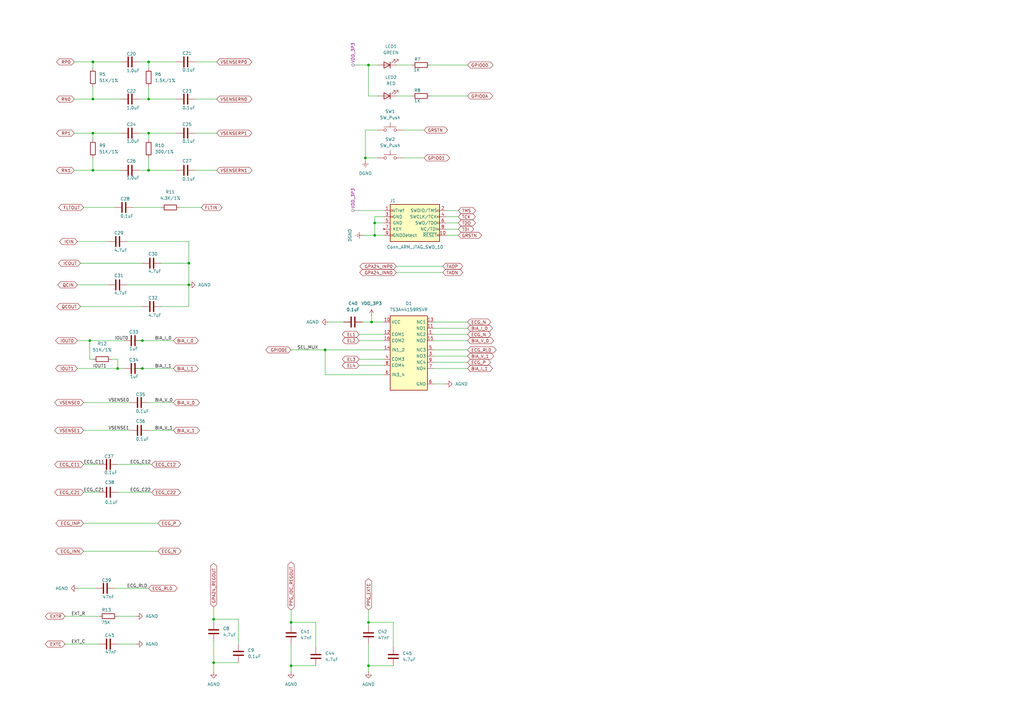
<source format=kicad_sch>
(kicad_sch
	(version 20231120)
	(generator "eeschema")
	(generator_version "8.0")
	(uuid "a1738182-4d6c-4073-9c7f-72dda822cc2f")
	(paper "A3")
	(title_block
		(title "bp6a_evk_shield_sooooooooooookjae")
		(date "2025-01-07")
		(rev "v01")
		(company "MS SEMICONDUCTOR")
		(comment 4 "Author: Kim DongYeon / Bang MinSeok")
	)
	(lib_symbols
		(symbol "C_1"
			(pin_numbers hide)
			(pin_names
				(offset 0.254)
			)
			(exclude_from_sim no)
			(in_bom yes)
			(on_board yes)
			(property "Reference" "C20"
				(at -3.556 -1.778 90)
				(effects
					(font
						(size 1.27 1.27)
					)
					(justify left)
				)
			)
			(property "Value" "1.0uF"
				(at 3.81 -2.286 90)
				(effects
					(font
						(size 1.27 1.27)
					)
					(justify left)
				)
			)
			(property "Footprint" ""
				(at 0.9652 -3.81 0)
				(effects
					(font
						(size 1.27 1.27)
					)
					(hide yes)
				)
			)
			(property "Datasheet" "~"
				(at 0 0 0)
				(effects
					(font
						(size 1.27 1.27)
					)
					(hide yes)
				)
			)
			(property "Description" "Unpolarized capacitor"
				(at 0 0 0)
				(effects
					(font
						(size 1.27 1.27)
					)
					(hide yes)
				)
			)
			(property "ki_keywords" "cap capacitor"
				(at 0 0 0)
				(effects
					(font
						(size 1.27 1.27)
					)
					(hide yes)
				)
			)
			(property "ki_fp_filters" "C_*"
				(at 0 0 0)
				(effects
					(font
						(size 1.27 1.27)
					)
					(hide yes)
				)
			)
			(symbol "C_1_0_1"
				(polyline
					(pts
						(xy -2.032 -0.762) (xy 2.032 -0.762)
					)
					(stroke
						(width 0.508)
						(type default)
					)
					(fill
						(type none)
					)
				)
				(polyline
					(pts
						(xy -2.032 0.762) (xy 2.032 0.762)
					)
					(stroke
						(width 0.508)
						(type default)
					)
					(fill
						(type none)
					)
				)
			)
			(symbol "C_1_1_1"
				(pin passive line
					(at 0 3.81 270)
					(length 2.794)
					(name "~"
						(effects
							(font
								(size 1.27 1.27)
							)
						)
					)
					(number "1"
						(effects
							(font
								(size 1.27 1.27)
							)
						)
					)
				)
				(pin passive line
					(at 0 -3.81 90)
					(length 2.794)
					(name "~"
						(effects
							(font
								(size 1.27 1.27)
							)
						)
					)
					(number "2"
						(effects
							(font
								(size 1.27 1.27)
							)
						)
					)
				)
			)
		)
		(symbol "Connector:Conn_ARM_JTAG_SWD_10"
			(pin_names
				(offset 1.016)
			)
			(exclude_from_sim no)
			(in_bom yes)
			(on_board yes)
			(property "Reference" "J1"
				(at -7.874 14.224 0)
				(effects
					(font
						(size 1.27 1.27)
					)
					(justify right)
				)
			)
			(property "Value" "Conn_ARM_JTAG_SWD_10"
				(at 11.684 -4.826 0)
				(effects
					(font
						(size 1.27 1.27)
					)
					(justify right)
				)
			)
			(property "Footprint" ""
				(at 0 0 0)
				(effects
					(font
						(size 1.27 1.27)
					)
					(hide yes)
				)
			)
			(property "Datasheet" "http://infocenter.arm.com/help/topic/com.arm.doc.ddi0314h/DDI0314H_coresight_components_trm.pdf"
				(at -8.89 -31.75 0)
				(effects
					(font
						(size 1.27 1.27)
					)
					(hide yes)
				)
			)
			(property "Description" "Cortex Debug Connector, standard ARM Cortex-M SWD and JTAG interface"
				(at -11.938 -28.448 0)
				(effects
					(font
						(size 1.27 1.27)
					)
					(hide yes)
				)
			)
			(property "ki_keywords" "Cortex Debug Connector ARM SWD JTAG"
				(at 0 0 0)
				(effects
					(font
						(size 1.27 1.27)
					)
					(hide yes)
				)
			)
			(property "ki_fp_filters" "PinHeader?2x05?P1.27mm*"
				(at 0 0 0)
				(effects
					(font
						(size 1.27 1.27)
					)
					(hide yes)
				)
			)
			(symbol "Conn_ARM_JTAG_SWD_10_0_1"
				(rectangle
					(start -10.16 0.254)
					(end -9.144 -0.254)
					(stroke
						(width 0)
						(type default)
					)
					(fill
						(type none)
					)
				)
				(rectangle
					(start -10.16 7.874)
					(end -9.144 7.366)
					(stroke
						(width 0)
						(type default)
					)
					(fill
						(type none)
					)
				)
				(rectangle
					(start -10.16 9.906)
					(end -9.144 10.414)
					(stroke
						(width 0)
						(type default)
					)
					(fill
						(type none)
					)
				)
				(rectangle
					(start -10.16 12.7)
					(end 10.16 -2.54)
					(stroke
						(width 0.254)
						(type default)
					)
					(fill
						(type background)
					)
				)
				(rectangle
					(start 9.144 7.366)
					(end 10.16 7.874)
					(stroke
						(width 0)
						(type default)
					)
					(fill
						(type none)
					)
				)
				(rectangle
					(start 10.16 0.254)
					(end 9.144 -0.254)
					(stroke
						(width 0)
						(type default)
					)
					(fill
						(type none)
					)
				)
				(rectangle
					(start 10.16 4.826)
					(end 9.144 5.334)
					(stroke
						(width 0)
						(type default)
					)
					(fill
						(type none)
					)
				)
				(rectangle
					(start 10.16 9.906)
					(end 9.144 10.414)
					(stroke
						(width 0)
						(type default)
					)
					(fill
						(type none)
					)
				)
			)
			(symbol "Conn_ARM_JTAG_SWD_10_1_1"
				(rectangle
					(start 9.144 2.286)
					(end 10.16 2.794)
					(stroke
						(width 0)
						(type default)
					)
					(fill
						(type none)
					)
				)
				(pin power_in line
					(at -12.7 10.16 0)
					(length 2.54)
					(name "VTref"
						(effects
							(font
								(size 1.27 1.27)
							)
						)
					)
					(number "1"
						(effects
							(font
								(size 1.27 1.27)
							)
						)
					)
				)
				(pin open_collector line
					(at 12.7 0 180)
					(length 2.54)
					(name "~{RESET}"
						(effects
							(font
								(size 1.27 1.27)
							)
						)
					)
					(number "10"
						(effects
							(font
								(size 1.27 1.27)
							)
						)
					)
				)
				(pin bidirectional line
					(at 12.7 10.16 180)
					(length 2.54)
					(name "SWDIO/TMS"
						(effects
							(font
								(size 1.27 1.27)
							)
						)
					)
					(number "2"
						(effects
							(font
								(size 1.27 1.27)
							)
						)
					)
				)
				(pin power_in line
					(at -12.7 7.62 0)
					(length 2.54)
					(name "GND"
						(effects
							(font
								(size 1.27 1.27)
							)
						)
					)
					(number "3"
						(effects
							(font
								(size 1.27 1.27)
							)
						)
					)
				)
				(pin output line
					(at 12.7 7.62 180)
					(length 2.54)
					(name "SWCLK/TCK"
						(effects
							(font
								(size 1.27 1.27)
							)
						)
					)
					(number "4"
						(effects
							(font
								(size 1.27 1.27)
							)
						)
					)
				)
				(pin passive line
					(at -12.7 5.08 0)
					(length 2.54)
					(name "GND"
						(effects
							(font
								(size 1.27 1.27)
							)
						)
					)
					(number "5"
						(effects
							(font
								(size 1.27 1.27)
							)
						)
					)
				)
				(pin input line
					(at 12.7 5.08 180)
					(length 2.54)
					(name "SWO/TDO"
						(effects
							(font
								(size 1.27 1.27)
							)
						)
					)
					(number "6"
						(effects
							(font
								(size 1.27 1.27)
							)
						)
					)
				)
				(pin no_connect line
					(at -12.7 2.54 0)
					(length 2.54)
					(name "KEY"
						(effects
							(font
								(size 1.27 1.27)
							)
						)
					)
					(number "7"
						(effects
							(font
								(size 1.27 1.27)
							)
						)
					)
				)
				(pin output line
					(at 12.7 2.54 180)
					(length 2.54)
					(name "NC/TDI"
						(effects
							(font
								(size 1.27 1.27)
							)
						)
					)
					(number "8"
						(effects
							(font
								(size 1.27 1.27)
							)
						)
					)
				)
				(pin passive line
					(at -12.7 0 0)
					(length 2.54)
					(name "GNDDetect"
						(effects
							(font
								(size 1.27 1.27)
							)
						)
					)
					(number "9"
						(effects
							(font
								(size 1.27 1.27)
							)
						)
					)
				)
			)
		)
		(symbol "Device:C"
			(pin_numbers hide)
			(pin_names
				(offset 0.254)
			)
			(exclude_from_sim no)
			(in_bom yes)
			(on_board yes)
			(property "Reference" "C"
				(at 0.635 2.54 0)
				(effects
					(font
						(size 1.27 1.27)
					)
					(justify left)
				)
			)
			(property "Value" "C"
				(at 0.635 -2.54 0)
				(effects
					(font
						(size 1.27 1.27)
					)
					(justify left)
				)
			)
			(property "Footprint" ""
				(at 0.9652 -3.81 0)
				(effects
					(font
						(size 1.27 1.27)
					)
					(hide yes)
				)
			)
			(property "Datasheet" "~"
				(at 0 0 0)
				(effects
					(font
						(size 1.27 1.27)
					)
					(hide yes)
				)
			)
			(property "Description" "Unpolarized capacitor"
				(at 0 0 0)
				(effects
					(font
						(size 1.27 1.27)
					)
					(hide yes)
				)
			)
			(property "ki_keywords" "cap capacitor"
				(at 0 0 0)
				(effects
					(font
						(size 1.27 1.27)
					)
					(hide yes)
				)
			)
			(property "ki_fp_filters" "C_*"
				(at 0 0 0)
				(effects
					(font
						(size 1.27 1.27)
					)
					(hide yes)
				)
			)
			(symbol "C_0_1"
				(polyline
					(pts
						(xy -2.032 -0.762) (xy 2.032 -0.762)
					)
					(stroke
						(width 0.508)
						(type default)
					)
					(fill
						(type none)
					)
				)
				(polyline
					(pts
						(xy -2.032 0.762) (xy 2.032 0.762)
					)
					(stroke
						(width 0.508)
						(type default)
					)
					(fill
						(type none)
					)
				)
			)
			(symbol "C_1_1"
				(pin passive line
					(at 0 3.81 270)
					(length 2.794)
					(name "~"
						(effects
							(font
								(size 1.27 1.27)
							)
						)
					)
					(number "1"
						(effects
							(font
								(size 1.27 1.27)
							)
						)
					)
				)
				(pin passive line
					(at 0 -3.81 90)
					(length 2.794)
					(name "~"
						(effects
							(font
								(size 1.27 1.27)
							)
						)
					)
					(number "2"
						(effects
							(font
								(size 1.27 1.27)
							)
						)
					)
				)
			)
		)
		(symbol "Device:LED"
			(pin_numbers hide)
			(pin_names
				(offset 1.016) hide)
			(exclude_from_sim no)
			(in_bom yes)
			(on_board yes)
			(property "Reference" "D"
				(at 0 2.54 0)
				(effects
					(font
						(size 1.27 1.27)
					)
				)
			)
			(property "Value" "LED"
				(at 0 -2.54 0)
				(effects
					(font
						(size 1.27 1.27)
					)
				)
			)
			(property "Footprint" ""
				(at 0 0 0)
				(effects
					(font
						(size 1.27 1.27)
					)
					(hide yes)
				)
			)
			(property "Datasheet" "~"
				(at 0 0 0)
				(effects
					(font
						(size 1.27 1.27)
					)
					(hide yes)
				)
			)
			(property "Description" "Light emitting diode"
				(at 0 0 0)
				(effects
					(font
						(size 1.27 1.27)
					)
					(hide yes)
				)
			)
			(property "ki_keywords" "LED diode"
				(at 0 0 0)
				(effects
					(font
						(size 1.27 1.27)
					)
					(hide yes)
				)
			)
			(property "ki_fp_filters" "LED* LED_SMD:* LED_THT:*"
				(at 0 0 0)
				(effects
					(font
						(size 1.27 1.27)
					)
					(hide yes)
				)
			)
			(symbol "LED_0_1"
				(polyline
					(pts
						(xy -1.27 -1.27) (xy -1.27 1.27)
					)
					(stroke
						(width 0.254)
						(type default)
					)
					(fill
						(type none)
					)
				)
				(polyline
					(pts
						(xy -1.27 0) (xy 1.27 0)
					)
					(stroke
						(width 0)
						(type default)
					)
					(fill
						(type none)
					)
				)
				(polyline
					(pts
						(xy 1.27 -1.27) (xy 1.27 1.27) (xy -1.27 0) (xy 1.27 -1.27)
					)
					(stroke
						(width 0.254)
						(type default)
					)
					(fill
						(type none)
					)
				)
				(polyline
					(pts
						(xy -3.048 -0.762) (xy -4.572 -2.286) (xy -3.81 -2.286) (xy -4.572 -2.286) (xy -4.572 -1.524)
					)
					(stroke
						(width 0)
						(type default)
					)
					(fill
						(type none)
					)
				)
				(polyline
					(pts
						(xy -1.778 -0.762) (xy -3.302 -2.286) (xy -2.54 -2.286) (xy -3.302 -2.286) (xy -3.302 -1.524)
					)
					(stroke
						(width 0)
						(type default)
					)
					(fill
						(type none)
					)
				)
			)
			(symbol "LED_1_1"
				(pin passive line
					(at -3.81 0 0)
					(length 2.54)
					(name "K"
						(effects
							(font
								(size 1.27 1.27)
							)
						)
					)
					(number "1"
						(effects
							(font
								(size 1.27 1.27)
							)
						)
					)
				)
				(pin passive line
					(at 3.81 0 180)
					(length 2.54)
					(name "A"
						(effects
							(font
								(size 1.27 1.27)
							)
						)
					)
					(number "2"
						(effects
							(font
								(size 1.27 1.27)
							)
						)
					)
				)
			)
		)
		(symbol "Device:R"
			(pin_numbers hide)
			(pin_names
				(offset 0)
			)
			(exclude_from_sim no)
			(in_bom yes)
			(on_board yes)
			(property "Reference" "R"
				(at 2.032 0 90)
				(effects
					(font
						(size 1.27 1.27)
					)
				)
			)
			(property "Value" "R"
				(at 0 0 90)
				(effects
					(font
						(size 1.27 1.27)
					)
				)
			)
			(property "Footprint" ""
				(at -1.778 0 90)
				(effects
					(font
						(size 1.27 1.27)
					)
					(hide yes)
				)
			)
			(property "Datasheet" "~"
				(at 0 0 0)
				(effects
					(font
						(size 1.27 1.27)
					)
					(hide yes)
				)
			)
			(property "Description" "Resistor"
				(at 0 0 0)
				(effects
					(font
						(size 1.27 1.27)
					)
					(hide yes)
				)
			)
			(property "ki_keywords" "R res resistor"
				(at 0 0 0)
				(effects
					(font
						(size 1.27 1.27)
					)
					(hide yes)
				)
			)
			(property "ki_fp_filters" "R_*"
				(at 0 0 0)
				(effects
					(font
						(size 1.27 1.27)
					)
					(hide yes)
				)
			)
			(symbol "R_0_1"
				(rectangle
					(start -1.016 -2.54)
					(end 1.016 2.54)
					(stroke
						(width 0.254)
						(type default)
					)
					(fill
						(type none)
					)
				)
			)
			(symbol "R_1_1"
				(pin passive line
					(at 0 3.81 270)
					(length 1.27)
					(name "~"
						(effects
							(font
								(size 1.27 1.27)
							)
						)
					)
					(number "1"
						(effects
							(font
								(size 1.27 1.27)
							)
						)
					)
				)
				(pin passive line
					(at 0 -3.81 90)
					(length 1.27)
					(name "~"
						(effects
							(font
								(size 1.27 1.27)
							)
						)
					)
					(number "2"
						(effects
							(font
								(size 1.27 1.27)
							)
						)
					)
				)
			)
		)
		(symbol "Switch:SW_Push"
			(pin_numbers hide)
			(pin_names
				(offset 1.016) hide)
			(exclude_from_sim no)
			(in_bom yes)
			(on_board yes)
			(property "Reference" "SW"
				(at 1.27 2.54 0)
				(effects
					(font
						(size 1.27 1.27)
					)
					(justify left)
				)
			)
			(property "Value" "SW_Push"
				(at 0 -1.524 0)
				(effects
					(font
						(size 1.27 1.27)
					)
				)
			)
			(property "Footprint" ""
				(at 0 5.08 0)
				(effects
					(font
						(size 1.27 1.27)
					)
					(hide yes)
				)
			)
			(property "Datasheet" "~"
				(at 0 5.08 0)
				(effects
					(font
						(size 1.27 1.27)
					)
					(hide yes)
				)
			)
			(property "Description" "Push button switch, generic, two pins"
				(at 0 0 0)
				(effects
					(font
						(size 1.27 1.27)
					)
					(hide yes)
				)
			)
			(property "ki_keywords" "switch normally-open pushbutton push-button"
				(at 0 0 0)
				(effects
					(font
						(size 1.27 1.27)
					)
					(hide yes)
				)
			)
			(symbol "SW_Push_0_1"
				(circle
					(center -2.032 0)
					(radius 0.508)
					(stroke
						(width 0)
						(type default)
					)
					(fill
						(type none)
					)
				)
				(polyline
					(pts
						(xy 0 1.27) (xy 0 3.048)
					)
					(stroke
						(width 0)
						(type default)
					)
					(fill
						(type none)
					)
				)
				(polyline
					(pts
						(xy 2.54 1.27) (xy -2.54 1.27)
					)
					(stroke
						(width 0)
						(type default)
					)
					(fill
						(type none)
					)
				)
				(circle
					(center 2.032 0)
					(radius 0.508)
					(stroke
						(width 0)
						(type default)
					)
					(fill
						(type none)
					)
				)
				(pin passive line
					(at -5.08 0 0)
					(length 2.54)
					(name "1"
						(effects
							(font
								(size 1.27 1.27)
							)
						)
					)
					(number "1"
						(effects
							(font
								(size 1.27 1.27)
							)
						)
					)
				)
				(pin passive line
					(at 5.08 0 180)
					(length 2.54)
					(name "2"
						(effects
							(font
								(size 1.27 1.27)
							)
						)
					)
					(number "2"
						(effects
							(font
								(size 1.27 1.27)
							)
						)
					)
				)
			)
		)
		(symbol "bp6a_comp:TS3A44159RSVR"
			(exclude_from_sim no)
			(in_bom yes)
			(on_board yes)
			(property "Reference" "D"
				(at 0 17.78 0)
				(effects
					(font
						(size 1.27 1.27)
					)
				)
			)
			(property "Value" "TS3A44159RSVR"
				(at 0 15.24 0)
				(effects
					(font
						(size 1.27 1.27)
					)
				)
			)
			(property "Footprint" "bp6a_comp_footprints:TS3A44159RSVR_UQFN-16"
				(at 0 -25.4 0)
				(effects
					(font
						(size 1.27 1.27)
					)
					(hide yes)
				)
			)
			(property "Datasheet" "https://www.ti.com/lit/ds/symlink/ts3a44159.pdf?ts=1726759244348&ref_url=https%253A%252F%252Fwww.bing.com%252F"
				(at 0 25.4 0)
				(effects
					(font
						(size 1.27 1.27)
					)
					(hide yes)
				)
			)
			(property "Description" "Dual SP4T Analog Switch Mux Demux, UQFN-16"
				(at 0 27.94 0)
				(effects
					(font
						(size 1.27 1.27)
					)
					(hide yes)
				)
			)
			(property "ki_keywords" "Analog switch SP4T"
				(at 0 0 0)
				(effects
					(font
						(size 1.27 1.27)
					)
					(hide yes)
				)
			)
			(property "ki_fp_filters" "UQFN*1.8x2.6mm*P0.4mm*"
				(at 0 0 0)
				(effects
					(font
						(size 1.27 1.27)
					)
					(hide yes)
				)
			)
			(symbol "TS3A44159RSVR_0_1"
				(rectangle
					(start -7.62 12.7)
					(end 7.62 -17.78)
					(stroke
						(width 0.254)
						(type default)
					)
					(fill
						(type background)
					)
				)
			)
			(symbol "TS3A44159RSVR_1_1"
				(pin bidirectional line
					(at 10.16 5.08 180)
					(length 2.54)
					(name "NC2"
						(effects
							(font
								(size 1.27 1.27)
							)
						)
					)
					(number "1"
						(effects
							(font
								(size 1.27 1.27)
							)
						)
					)
				)
				(pin power_in line
					(at -10.16 10.16 0)
					(length 2.54)
					(name "VCC"
						(effects
							(font
								(size 1.27 1.27)
							)
						)
					)
					(number "10"
						(effects
							(font
								(size 1.27 1.27)
							)
						)
					)
				)
				(pin bidirectional line
					(at 10.16 7.62 180)
					(length 2.54)
					(name "NO1"
						(effects
							(font
								(size 1.27 1.27)
							)
						)
					)
					(number "11"
						(effects
							(font
								(size 1.27 1.27)
							)
						)
					)
				)
				(pin bidirectional line
					(at -10.16 5.08 0)
					(length 2.54)
					(name "COM1"
						(effects
							(font
								(size 1.27 1.27)
							)
						)
					)
					(number "12"
						(effects
							(font
								(size 1.27 1.27)
							)
						)
					)
				)
				(pin bidirectional line
					(at 10.16 10.16 180)
					(length 2.54)
					(name "NC1"
						(effects
							(font
								(size 1.27 1.27)
							)
						)
					)
					(number "13"
						(effects
							(font
								(size 1.27 1.27)
							)
						)
					)
				)
				(pin bidirectional line
					(at -10.16 -1.27 0)
					(length 2.54)
					(name "IN1_2"
						(effects
							(font
								(size 1.27 1.27)
							)
						)
					)
					(number "14"
						(effects
							(font
								(size 1.27 1.27)
							)
						)
					)
				)
				(pin bidirectional line
					(at 10.16 2.54 180)
					(length 2.54)
					(name "NO2"
						(effects
							(font
								(size 1.27 1.27)
							)
						)
					)
					(number "15"
						(effects
							(font
								(size 1.27 1.27)
							)
						)
					)
				)
				(pin bidirectional line
					(at -10.16 2.54 0)
					(length 2.54)
					(name "COM2"
						(effects
							(font
								(size 1.27 1.27)
							)
						)
					)
					(number "16"
						(effects
							(font
								(size 1.27 1.27)
							)
						)
					)
				)
				(pin bidirectional line
					(at 10.16 -3.81 180)
					(length 2.54)
					(name "NO3"
						(effects
							(font
								(size 1.27 1.27)
							)
						)
					)
					(number "3"
						(effects
							(font
								(size 1.27 1.27)
							)
						)
					)
				)
				(pin bidirectional line
					(at -10.16 -5.08 0)
					(length 2.54)
					(name "COM3"
						(effects
							(font
								(size 1.27 1.27)
							)
						)
					)
					(number "4"
						(effects
							(font
								(size 1.27 1.27)
							)
						)
					)
				)
				(pin bidirectional line
					(at 10.16 -1.27 180)
					(length 2.54)
					(name "NC3"
						(effects
							(font
								(size 1.27 1.27)
							)
						)
					)
					(number "5"
						(effects
							(font
								(size 1.27 1.27)
							)
						)
					)
				)
				(pin power_in line
					(at 10.16 -15.24 180)
					(length 2.54)
					(name "GND"
						(effects
							(font
								(size 1.27 1.27)
							)
						)
					)
					(number "6"
						(effects
							(font
								(size 1.27 1.27)
							)
						)
					)
				)
				(pin bidirectional line
					(at -10.16 -11.43 0)
					(length 2.54)
					(name "IN3_4"
						(effects
							(font
								(size 1.27 1.27)
							)
						)
					)
					(number "6"
						(effects
							(font
								(size 1.27 1.27)
							)
						)
					)
				)
				(pin bidirectional line
					(at 10.16 -8.89 180)
					(length 2.54)
					(name "NO4"
						(effects
							(font
								(size 1.27 1.27)
							)
						)
					)
					(number "7"
						(effects
							(font
								(size 1.27 1.27)
							)
						)
					)
				)
				(pin bidirectional line
					(at -10.16 -7.62 0)
					(length 2.54)
					(name "COM4"
						(effects
							(font
								(size 1.27 1.27)
							)
						)
					)
					(number "8"
						(effects
							(font
								(size 1.27 1.27)
							)
						)
					)
				)
				(pin bidirectional line
					(at 10.16 -6.35 180)
					(length 2.54)
					(name "NC4"
						(effects
							(font
								(size 1.27 1.27)
							)
						)
					)
					(number "9"
						(effects
							(font
								(size 1.27 1.27)
							)
						)
					)
				)
			)
		)
		(symbol "power:Earth"
			(power)
			(pin_numbers hide)
			(pin_names
				(offset 0) hide)
			(exclude_from_sim no)
			(in_bom yes)
			(on_board yes)
			(property "Reference" "#PWR"
				(at 0 -6.35 0)
				(effects
					(font
						(size 1.27 1.27)
					)
					(hide yes)
				)
			)
			(property "Value" "Earth"
				(at 0 -3.81 0)
				(effects
					(font
						(size 1.27 1.27)
					)
				)
			)
			(property "Footprint" ""
				(at 0 0 0)
				(effects
					(font
						(size 1.27 1.27)
					)
					(hide yes)
				)
			)
			(property "Datasheet" "~"
				(at 0 0 0)
				(effects
					(font
						(size 1.27 1.27)
					)
					(hide yes)
				)
			)
			(property "Description" "Power symbol creates a global label with name \"Earth\""
				(at 0 0 0)
				(effects
					(font
						(size 1.27 1.27)
					)
					(hide yes)
				)
			)
			(property "ki_keywords" "global ground gnd"
				(at 0 0 0)
				(effects
					(font
						(size 1.27 1.27)
					)
					(hide yes)
				)
			)
			(symbol "Earth_0_1"
				(polyline
					(pts
						(xy -0.635 -1.905) (xy 0.635 -1.905)
					)
					(stroke
						(width 0)
						(type default)
					)
					(fill
						(type none)
					)
				)
				(polyline
					(pts
						(xy -0.127 -2.54) (xy 0.127 -2.54)
					)
					(stroke
						(width 0)
						(type default)
					)
					(fill
						(type none)
					)
				)
				(polyline
					(pts
						(xy 0 -1.27) (xy 0 0)
					)
					(stroke
						(width 0)
						(type default)
					)
					(fill
						(type none)
					)
				)
				(polyline
					(pts
						(xy 1.27 -1.27) (xy -1.27 -1.27)
					)
					(stroke
						(width 0)
						(type default)
					)
					(fill
						(type none)
					)
				)
			)
			(symbol "Earth_1_1"
				(pin power_in line
					(at 0 0 270)
					(length 0)
					(name "~"
						(effects
							(font
								(size 1.27 1.27)
							)
						)
					)
					(number "1"
						(effects
							(font
								(size 1.27 1.27)
							)
						)
					)
				)
			)
		)
		(symbol "power:GND"
			(power)
			(pin_numbers hide)
			(pin_names
				(offset 0) hide)
			(exclude_from_sim no)
			(in_bom yes)
			(on_board yes)
			(property "Reference" "#PWR"
				(at 0 -6.35 0)
				(effects
					(font
						(size 1.27 1.27)
					)
					(hide yes)
				)
			)
			(property "Value" "GND"
				(at 0 -3.81 0)
				(effects
					(font
						(size 1.27 1.27)
					)
				)
			)
			(property "Footprint" ""
				(at 0 0 0)
				(effects
					(font
						(size 1.27 1.27)
					)
					(hide yes)
				)
			)
			(property "Datasheet" ""
				(at 0 0 0)
				(effects
					(font
						(size 1.27 1.27)
					)
					(hide yes)
				)
			)
			(property "Description" "Power symbol creates a global label with name \"GND\" , ground"
				(at 0 0 0)
				(effects
					(font
						(size 1.27 1.27)
					)
					(hide yes)
				)
			)
			(property "ki_keywords" "global power"
				(at 0 0 0)
				(effects
					(font
						(size 1.27 1.27)
					)
					(hide yes)
				)
			)
			(symbol "GND_0_1"
				(polyline
					(pts
						(xy 0 0) (xy 0 -1.27) (xy 1.27 -1.27) (xy 0 -2.54) (xy -1.27 -1.27) (xy 0 -1.27)
					)
					(stroke
						(width 0)
						(type default)
					)
					(fill
						(type none)
					)
				)
			)
			(symbol "GND_1_1"
				(pin power_in line
					(at 0 0 270)
					(length 0)
					(name "~"
						(effects
							(font
								(size 1.27 1.27)
							)
						)
					)
					(number "1"
						(effects
							(font
								(size 1.27 1.27)
							)
						)
					)
				)
			)
		)
		(symbol "power:VDD"
			(power)
			(pin_numbers hide)
			(pin_names
				(offset 0) hide)
			(exclude_from_sim no)
			(in_bom yes)
			(on_board yes)
			(property "Reference" "#PWR"
				(at 0 -3.81 0)
				(effects
					(font
						(size 1.27 1.27)
					)
					(hide yes)
				)
			)
			(property "Value" "VDD"
				(at 0 3.556 0)
				(effects
					(font
						(size 1.27 1.27)
					)
				)
			)
			(property "Footprint" ""
				(at 0 0 0)
				(effects
					(font
						(size 1.27 1.27)
					)
					(hide yes)
				)
			)
			(property "Datasheet" ""
				(at 0 0 0)
				(effects
					(font
						(size 1.27 1.27)
					)
					(hide yes)
				)
			)
			(property "Description" "Power symbol creates a global label with name \"VDD\""
				(at 0 0 0)
				(effects
					(font
						(size 1.27 1.27)
					)
					(hide yes)
				)
			)
			(property "ki_keywords" "global power"
				(at 0 0 0)
				(effects
					(font
						(size 1.27 1.27)
					)
					(hide yes)
				)
			)
			(symbol "VDD_0_1"
				(polyline
					(pts
						(xy -0.762 1.27) (xy 0 2.54)
					)
					(stroke
						(width 0)
						(type default)
					)
					(fill
						(type none)
					)
				)
				(polyline
					(pts
						(xy 0 0) (xy 0 2.54)
					)
					(stroke
						(width 0)
						(type default)
					)
					(fill
						(type none)
					)
				)
				(polyline
					(pts
						(xy 0 2.54) (xy 0.762 1.27)
					)
					(stroke
						(width 0)
						(type default)
					)
					(fill
						(type none)
					)
				)
			)
			(symbol "VDD_1_1"
				(pin power_in line
					(at 0 0 90)
					(length 0)
					(name "~"
						(effects
							(font
								(size 1.27 1.27)
							)
						)
					)
					(number "1"
						(effects
							(font
								(size 1.27 1.27)
							)
						)
					)
				)
			)
		)
	)
	(junction
		(at 60.96 54.61)
		(diameter 0)
		(color 0 0 0 0)
		(uuid "1fc0838e-f980-483f-a4a6-e7a5d8cf9c34")
	)
	(junction
		(at 38.1 25.4)
		(diameter 0)
		(color 0 0 0 0)
		(uuid "214aa83c-687e-4320-9fff-ef32f4b86762")
	)
	(junction
		(at 149.86 64.77)
		(diameter 0)
		(color 0 0 0 0)
		(uuid "33734cc1-cb97-4eff-8c59-f71465effdd2")
	)
	(junction
		(at 38.1 54.61)
		(diameter 0)
		(color 0 0 0 0)
		(uuid "3f049d2e-77ac-40d8-af7e-ecf4294066a0")
	)
	(junction
		(at 60.96 40.64)
		(diameter 0)
		(color 0 0 0 0)
		(uuid "48bdab08-3afe-4f33-8bf5-6acebbd295d5")
	)
	(junction
		(at 152.4 132.08)
		(diameter 0)
		(color 0 0 0 0)
		(uuid "60a29b4f-7b7f-436e-bd66-da1515085d8e")
	)
	(junction
		(at 58.42 139.7)
		(diameter 0)
		(color 0 0 0 0)
		(uuid "775a7c76-3174-46e9-b5ef-819bdfd45f89")
	)
	(junction
		(at 77.47 107.95)
		(diameter 0)
		(color 0 0 0 0)
		(uuid "7a2fef60-0c82-42c9-8d58-c93fa410c8fa")
	)
	(junction
		(at 77.47 116.84)
		(diameter 0)
		(color 0 0 0 0)
		(uuid "86e10aa1-8ccb-460e-aa60-7a6791dd9a20")
	)
	(junction
		(at 87.63 254)
		(diameter 0)
		(color 0 0 0 0)
		(uuid "8adb20e9-6c71-4d0b-87d6-cc062c70ef01")
	)
	(junction
		(at 119.38 273.05)
		(diameter 0)
		(color 0 0 0 0)
		(uuid "8b939726-4755-4b67-a3c7-72c898a3697e")
	)
	(junction
		(at 60.96 69.85)
		(diameter 0)
		(color 0 0 0 0)
		(uuid "93265ba7-2b2b-4e00-a889-1c449caccf53")
	)
	(junction
		(at 58.42 151.13)
		(diameter 0)
		(color 0 0 0 0)
		(uuid "98baf33d-450c-4e82-8704-12f50f3021f2")
	)
	(junction
		(at 133.35 143.51)
		(diameter 0)
		(color 0 0 0 0)
		(uuid "9c5dfd06-a1fa-4c37-a7b7-51a883e89416")
	)
	(junction
		(at 38.1 40.64)
		(diameter 0)
		(color 0 0 0 0)
		(uuid "aabe5a47-e33f-47ee-ba84-3ef5be41613d")
	)
	(junction
		(at 153.67 91.44)
		(diameter 0)
		(color 0 0 0 0)
		(uuid "af34f4b4-3d13-40a7-94ee-cfb5f8413c66")
	)
	(junction
		(at 60.96 25.4)
		(diameter 0)
		(color 0 0 0 0)
		(uuid "b0a11b71-0d6b-42bf-999f-e981c4d00661")
	)
	(junction
		(at 87.63 271.78)
		(diameter 0)
		(color 0 0 0 0)
		(uuid "bf8cf6f1-59a8-4586-bdcc-6512d1031159")
	)
	(junction
		(at 36.83 139.7)
		(diameter 0)
		(color 0 0 0 0)
		(uuid "dd7b69ae-adb5-4726-8d2b-3b445b5034ed")
	)
	(junction
		(at 119.38 255.27)
		(diameter 0)
		(color 0 0 0 0)
		(uuid "e074a72b-09e2-48b3-9ec0-21c92db678f4")
	)
	(junction
		(at 151.13 273.05)
		(diameter 0)
		(color 0 0 0 0)
		(uuid "e228b847-4b58-4d25-a081-43372c09012a")
	)
	(junction
		(at 153.67 96.52)
		(diameter 0)
		(color 0 0 0 0)
		(uuid "e739e0b5-834c-420d-8dd1-861d115734e1")
	)
	(junction
		(at 151.13 26.67)
		(diameter 0)
		(color 0 0 0 0)
		(uuid "f5bbbd06-6ebc-47dd-830e-9f92abfa2d24")
	)
	(junction
		(at 48.26 151.13)
		(diameter 0)
		(color 0 0 0 0)
		(uuid "f86608bf-9dc4-4f6d-9d73-2c3a4a930c58")
	)
	(junction
		(at 151.13 255.27)
		(diameter 0)
		(color 0 0 0 0)
		(uuid "f8ac0547-c4e4-418d-aceb-4ad76575856d")
	)
	(junction
		(at 38.1 69.85)
		(diameter 0)
		(color 0 0 0 0)
		(uuid "fb258ae7-b3fd-4354-8765-07368f5b4f63")
	)
	(no_connect
		(at 547.37 104.14)
		(uuid "2ce99e2a-eaeb-4f3b-8fc1-d44e3b4876ff")
	)
	(no_connect
		(at 547.37 196.85)
		(uuid "af10b954-06a5-4a7a-a71e-f8ab1ef0e5df")
	)
	(wire
		(pts
			(xy 60.96 25.4) (xy 72.39 25.4)
		)
		(stroke
			(width 0)
			(type default)
		)
		(uuid "010697c1-3e2d-4d65-a6a4-8d5aded9de2d")
	)
	(wire
		(pts
			(xy 38.1 35.56) (xy 38.1 40.64)
		)
		(stroke
			(width 0)
			(type default)
		)
		(uuid "02f3b759-09aa-4d07-9aa4-6a8ccb029f26")
	)
	(wire
		(pts
			(xy 80.01 25.4) (xy 88.9 25.4)
		)
		(stroke
			(width 0)
			(type default)
		)
		(uuid "05a6e018-a7da-4d8b-8fae-1366d3a9a82f")
	)
	(wire
		(pts
			(xy 157.48 88.9) (xy 153.67 88.9)
		)
		(stroke
			(width 0)
			(type default)
		)
		(uuid "06004103-98a1-46ef-9c6b-90fe193e48e1")
	)
	(wire
		(pts
			(xy 38.1 25.4) (xy 38.1 27.94)
		)
		(stroke
			(width 0)
			(type default)
		)
		(uuid "064e90dc-7522-4c09-a097-2ac1a73dc813")
	)
	(wire
		(pts
			(xy 54.61 151.13) (xy 58.42 151.13)
		)
		(stroke
			(width 0)
			(type default)
		)
		(uuid "085f7812-ca88-4128-85b8-688cbbd97239")
	)
	(wire
		(pts
			(xy 134.62 132.08) (xy 140.97 132.08)
		)
		(stroke
			(width 0)
			(type default)
		)
		(uuid "0bcd38da-7744-4544-8f06-4a397ab09ba5")
	)
	(wire
		(pts
			(xy 129.54 255.27) (xy 119.38 255.27)
		)
		(stroke
			(width 0)
			(type default)
		)
		(uuid "0fbe61ab-c393-4b87-89c7-ab1fe304dacd")
	)
	(wire
		(pts
			(xy 187.96 91.44) (xy 182.88 91.44)
		)
		(stroke
			(width 0)
			(type default)
		)
		(uuid "11db9825-9e8f-424e-ac86-5bce4e688a19")
	)
	(wire
		(pts
			(xy 60.96 25.4) (xy 60.96 27.94)
		)
		(stroke
			(width 0)
			(type default)
		)
		(uuid "1357e938-9a45-4fe4-a414-d5c5f7e68b13")
	)
	(wire
		(pts
			(xy 154.94 53.34) (xy 149.86 53.34)
		)
		(stroke
			(width 0)
			(type default)
		)
		(uuid "1524c3b0-9440-4b0a-acc1-b909571c6d71")
	)
	(wire
		(pts
			(xy 57.15 40.64) (xy 60.96 40.64)
		)
		(stroke
			(width 0)
			(type default)
		)
		(uuid "156aadd9-bdaa-4dd8-b525-6f2da5998095")
	)
	(wire
		(pts
			(xy 191.77 132.08) (xy 177.8 132.08)
		)
		(stroke
			(width 0)
			(type default)
		)
		(uuid "18f4f793-4de8-40d1-9ae7-e5e415f23b1f")
	)
	(wire
		(pts
			(xy 45.72 147.32) (xy 48.26 147.32)
		)
		(stroke
			(width 0)
			(type default)
		)
		(uuid "23f63a2e-0d4d-45be-8623-c013eead7f95")
	)
	(wire
		(pts
			(xy 77.47 107.95) (xy 77.47 116.84)
		)
		(stroke
			(width 0)
			(type default)
		)
		(uuid "248df925-d970-4f61-b537-5421c0b9a7fd")
	)
	(wire
		(pts
			(xy 152.4 132.08) (xy 157.48 132.08)
		)
		(stroke
			(width 0)
			(type default)
		)
		(uuid "264a876e-9c2c-446e-844e-7ffc61d88ffb")
	)
	(wire
		(pts
			(xy 31.75 139.7) (xy 36.83 139.7)
		)
		(stroke
			(width 0)
			(type default)
		)
		(uuid "29b9a9c8-2824-4ec8-afc3-023b7768258e")
	)
	(wire
		(pts
			(xy 191.77 143.51) (xy 177.8 143.51)
		)
		(stroke
			(width 0)
			(type default)
		)
		(uuid "2a93ca3f-dbab-4f60-b7d1-68281b18c863")
	)
	(wire
		(pts
			(xy 54.61 139.7) (xy 58.42 139.7)
		)
		(stroke
			(width 0)
			(type default)
		)
		(uuid "2a96f621-6c18-4f0d-b224-614dee9c6f80")
	)
	(wire
		(pts
			(xy 176.53 39.37) (xy 191.77 39.37)
		)
		(stroke
			(width 0)
			(type default)
		)
		(uuid "2d7b7ff3-cc67-4b7f-9a5b-7b61d4d56f06")
	)
	(wire
		(pts
			(xy 187.96 88.9) (xy 182.88 88.9)
		)
		(stroke
			(width 0)
			(type default)
		)
		(uuid "3149052f-10e6-43da-b36e-0d5a948383d2")
	)
	(wire
		(pts
			(xy 191.77 148.59) (xy 177.8 148.59)
		)
		(stroke
			(width 0)
			(type default)
		)
		(uuid "325ab770-5cda-4e52-b617-7856b3770d34")
	)
	(wire
		(pts
			(xy 57.15 25.4) (xy 60.96 25.4)
		)
		(stroke
			(width 0)
			(type default)
		)
		(uuid "32a0c9f9-4a86-47ee-80f9-23e1a9cfc6e0")
	)
	(wire
		(pts
			(xy 97.79 264.16) (xy 97.79 254)
		)
		(stroke
			(width 0)
			(type default)
		)
		(uuid "3304733c-ebe6-4e1a-84ff-7a84cca58918")
	)
	(wire
		(pts
			(xy 60.96 165.1) (xy 71.12 165.1)
		)
		(stroke
			(width 0)
			(type default)
		)
		(uuid "3488f427-a359-46b7-8a1e-752b2caa2267")
	)
	(wire
		(pts
			(xy 157.48 91.44) (xy 153.67 91.44)
		)
		(stroke
			(width 0)
			(type default)
		)
		(uuid "355762cf-ebe3-426f-8d01-a96f774e774a")
	)
	(wire
		(pts
			(xy 162.56 39.37) (xy 168.91 39.37)
		)
		(stroke
			(width 0)
			(type default)
		)
		(uuid "3789822b-b229-417a-bb1a-0244b8b0bf64")
	)
	(wire
		(pts
			(xy 154.94 39.37) (xy 151.13 39.37)
		)
		(stroke
			(width 0)
			(type default)
		)
		(uuid "383ad283-9665-4a3d-9468-09cb2a7d88e4")
	)
	(wire
		(pts
			(xy 147.32 86.36) (xy 157.48 86.36)
		)
		(stroke
			(width 0)
			(type default)
		)
		(uuid "38bd7a3c-f669-40d4-b09e-1e3ed5b1d5c5")
	)
	(wire
		(pts
			(xy 147.32 26.67) (xy 151.13 26.67)
		)
		(stroke
			(width 0)
			(type default)
		)
		(uuid "3ca2a759-5205-46af-ab93-2072395cfd14")
	)
	(wire
		(pts
			(xy 31.75 241.3) (xy 39.37 241.3)
		)
		(stroke
			(width 0)
			(type default)
		)
		(uuid "3e1d4997-78b5-4dbc-a3c3-78570a1126bc")
	)
	(wire
		(pts
			(xy 191.77 146.05) (xy 177.8 146.05)
		)
		(stroke
			(width 0)
			(type default)
		)
		(uuid "439367f0-cf0d-49b9-bf75-c99218f73be1")
	)
	(wire
		(pts
			(xy 119.38 143.51) (xy 133.35 143.51)
		)
		(stroke
			(width 0)
			(type default)
		)
		(uuid "44bddfad-0d76-4c49-ad01-8715525f372e")
	)
	(wire
		(pts
			(xy 119.38 250.19) (xy 119.38 255.27)
		)
		(stroke
			(width 0)
			(type default)
		)
		(uuid "45dedbae-8d1b-45b6-870c-0f1aef8b7e40")
	)
	(wire
		(pts
			(xy 80.01 69.85) (xy 88.9 69.85)
		)
		(stroke
			(width 0)
			(type default)
		)
		(uuid "46a36304-12f2-4b00-8ee7-e2f692dc4f66")
	)
	(wire
		(pts
			(xy 182.88 157.48) (xy 177.8 157.48)
		)
		(stroke
			(width 0)
			(type default)
		)
		(uuid "47cc9951-c5f3-4bf3-a2bb-65becb593ada")
	)
	(wire
		(pts
			(xy 60.96 35.56) (xy 60.96 40.64)
		)
		(stroke
			(width 0)
			(type default)
		)
		(uuid "48b19067-e126-42ed-9dad-6c194a42895d")
	)
	(wire
		(pts
			(xy 147.32 139.7) (xy 157.48 139.7)
		)
		(stroke
			(width 0)
			(type default)
		)
		(uuid "49d26b91-ca94-48da-aa34-135e5e69b97c")
	)
	(wire
		(pts
			(xy 73.66 85.09) (xy 82.55 85.09)
		)
		(stroke
			(width 0)
			(type default)
		)
		(uuid "4c614300-10f1-4d39-88bf-c8237c74c84c")
	)
	(wire
		(pts
			(xy 129.54 265.43) (xy 129.54 255.27)
		)
		(stroke
			(width 0)
			(type default)
		)
		(uuid "5253d086-aca4-417e-9d23-6872cba0a03b")
	)
	(wire
		(pts
			(xy 191.77 137.16) (xy 177.8 137.16)
		)
		(stroke
			(width 0)
			(type default)
		)
		(uuid "531b6453-6695-491d-8363-02d1a4c2888a")
	)
	(wire
		(pts
			(xy 57.15 69.85) (xy 60.96 69.85)
		)
		(stroke
			(width 0)
			(type default)
		)
		(uuid "534dcac3-5099-4b79-aa63-1253bc7b27d0")
	)
	(wire
		(pts
			(xy 26.67 252.73) (xy 40.64 252.73)
		)
		(stroke
			(width 0)
			(type default)
		)
		(uuid "54253855-0014-4bcb-81b4-daa9c0426a40")
	)
	(wire
		(pts
			(xy 87.63 262.89) (xy 87.63 271.78)
		)
		(stroke
			(width 0)
			(type default)
		)
		(uuid "54e2d9ca-7b19-4e27-b24e-9fe2f9ddff2f")
	)
	(wire
		(pts
			(xy 176.53 26.67) (xy 191.77 26.67)
		)
		(stroke
			(width 0)
			(type default)
		)
		(uuid "564ac966-4e9f-4579-8d45-7fa2b315b3d2")
	)
	(wire
		(pts
			(xy 187.96 96.52) (xy 182.88 96.52)
		)
		(stroke
			(width 0)
			(type default)
		)
		(uuid "579bd929-85ee-4606-b635-6a55eda1af98")
	)
	(wire
		(pts
			(xy 34.29 85.09) (xy 46.99 85.09)
		)
		(stroke
			(width 0)
			(type default)
		)
		(uuid "58517f62-05a8-4465-994c-908723b8a0cf")
	)
	(wire
		(pts
			(xy 31.75 99.06) (xy 44.45 99.06)
		)
		(stroke
			(width 0)
			(type default)
		)
		(uuid "5bd1d0e2-7720-4a0a-8d7f-51afb65bf0a6")
	)
	(wire
		(pts
			(xy 34.29 165.1) (xy 53.34 165.1)
		)
		(stroke
			(width 0)
			(type default)
		)
		(uuid "5bea1984-4446-4a7a-8402-683f698225a4")
	)
	(wire
		(pts
			(xy 149.86 64.77) (xy 149.86 66.04)
		)
		(stroke
			(width 0)
			(type default)
		)
		(uuid "5c398536-5e33-4223-bba8-a84639f1b289")
	)
	(wire
		(pts
			(xy 87.63 271.78) (xy 87.63 275.59)
		)
		(stroke
			(width 0)
			(type default)
		)
		(uuid "60038cc5-a661-4db4-9eaa-c56520327696")
	)
	(wire
		(pts
			(xy 162.56 26.67) (xy 168.91 26.67)
		)
		(stroke
			(width 0)
			(type default)
		)
		(uuid "616c9741-4756-4c63-b963-55adfdf7faef")
	)
	(wire
		(pts
			(xy 148.59 96.52) (xy 153.67 96.52)
		)
		(stroke
			(width 0)
			(type default)
		)
		(uuid "61aa3d59-3b4d-4099-a147-1c7d718f96fd")
	)
	(wire
		(pts
			(xy 34.29 226.06) (xy 64.77 226.06)
		)
		(stroke
			(width 0)
			(type default)
		)
		(uuid "61e7c0eb-d9eb-4caa-8fd4-9cce706793be")
	)
	(wire
		(pts
			(xy 133.35 143.51) (xy 157.48 143.51)
		)
		(stroke
			(width 0)
			(type default)
		)
		(uuid "63027157-3bc8-41db-a127-0e9a98b85b1e")
	)
	(wire
		(pts
			(xy 33.02 107.95) (xy 58.42 107.95)
		)
		(stroke
			(width 0)
			(type default)
		)
		(uuid "65603e3c-7c68-4f8e-94e0-30dade1a6850")
	)
	(wire
		(pts
			(xy 77.47 99.06) (xy 77.47 107.95)
		)
		(stroke
			(width 0)
			(type default)
		)
		(uuid "656a813f-39f2-486a-b849-5f5597c943d6")
	)
	(wire
		(pts
			(xy 162.56 111.76) (xy 181.61 111.76)
		)
		(stroke
			(width 0)
			(type default)
		)
		(uuid "6d869db0-71a8-41dd-83ce-1199ca12e1eb")
	)
	(wire
		(pts
			(xy 60.96 69.85) (xy 72.39 69.85)
		)
		(stroke
			(width 0)
			(type default)
		)
		(uuid "6ea7c5a0-7ec7-45fb-8eb7-23f327669691")
	)
	(wire
		(pts
			(xy 151.13 26.67) (xy 154.94 26.67)
		)
		(stroke
			(width 0)
			(type default)
		)
		(uuid "6ff3f822-9b0c-4902-bcb3-45745c54b27e")
	)
	(wire
		(pts
			(xy 30.48 40.64) (xy 38.1 40.64)
		)
		(stroke
			(width 0)
			(type default)
		)
		(uuid "70386ae7-90f9-4499-b65c-54ed68f1b064")
	)
	(wire
		(pts
			(xy 165.1 53.34) (xy 173.99 53.34)
		)
		(stroke
			(width 0)
			(type default)
		)
		(uuid "75ac1566-c7aa-4312-aa29-974cfc370967")
	)
	(wire
		(pts
			(xy 161.29 255.27) (xy 151.13 255.27)
		)
		(stroke
			(width 0)
			(type default)
		)
		(uuid "75e8ccde-971d-4b73-868c-e2655b2d3a29")
	)
	(wire
		(pts
			(xy 30.48 25.4) (xy 38.1 25.4)
		)
		(stroke
			(width 0)
			(type default)
		)
		(uuid "75f1935a-ad03-454f-9921-413a01e6b3eb")
	)
	(wire
		(pts
			(xy 46.99 241.3) (xy 60.96 241.3)
		)
		(stroke
			(width 0)
			(type default)
		)
		(uuid "783ae92b-094c-489e-8860-9864900683e3")
	)
	(wire
		(pts
			(xy 40.64 264.16) (xy 26.67 264.16)
		)
		(stroke
			(width 0)
			(type default)
		)
		(uuid "783b9819-20da-4a24-9be5-67060276f0bd")
	)
	(wire
		(pts
			(xy 48.26 151.13) (xy 50.8 151.13)
		)
		(stroke
			(width 0)
			(type default)
		)
		(uuid "7a61d4a2-5f31-4450-b4ff-c975f95ba719")
	)
	(wire
		(pts
			(xy 152.4 129.54) (xy 152.4 132.08)
		)
		(stroke
			(width 0)
			(type default)
		)
		(uuid "7cd479e8-6dde-4b98-a456-058d9f1b1666")
	)
	(wire
		(pts
			(xy 151.13 273.05) (xy 161.29 273.05)
		)
		(stroke
			(width 0)
			(type default)
		)
		(uuid "8465b9ad-2e25-47a9-a944-172817cb5982")
	)
	(wire
		(pts
			(xy 38.1 54.61) (xy 49.53 54.61)
		)
		(stroke
			(width 0)
			(type default)
		)
		(uuid "8a0ce4d2-07e6-441d-8730-e29afc62e92f")
	)
	(wire
		(pts
			(xy 34.29 201.93) (xy 40.64 201.93)
		)
		(stroke
			(width 0)
			(type default)
		)
		(uuid "8d19d3b5-5374-4839-bc8b-09f81897b4c9")
	)
	(wire
		(pts
			(xy 148.59 132.08) (xy 152.4 132.08)
		)
		(stroke
			(width 0)
			(type default)
		)
		(uuid "8e7c59be-9b68-4963-9921-fd5a0b5369c9")
	)
	(wire
		(pts
			(xy 133.35 153.67) (xy 133.35 143.51)
		)
		(stroke
			(width 0)
			(type default)
		)
		(uuid "909b1c86-4589-494f-b7a6-8f34cc34c700")
	)
	(wire
		(pts
			(xy 52.07 116.84) (xy 77.47 116.84)
		)
		(stroke
			(width 0)
			(type default)
		)
		(uuid "920833ba-2032-44e2-9212-34de24cdb779")
	)
	(wire
		(pts
			(xy 66.04 107.95) (xy 77.47 107.95)
		)
		(stroke
			(width 0)
			(type default)
		)
		(uuid "92315828-b85e-468c-a685-831996bad388")
	)
	(wire
		(pts
			(xy 153.67 91.44) (xy 153.67 96.52)
		)
		(stroke
			(width 0)
			(type default)
		)
		(uuid "92ca329c-c930-4050-88db-5220640514f3")
	)
	(wire
		(pts
			(xy 38.1 54.61) (xy 38.1 57.15)
		)
		(stroke
			(width 0)
			(type default)
		)
		(uuid "92d6a8fb-4da6-4c1d-8bf6-71ff771771b8")
	)
	(wire
		(pts
			(xy 58.42 139.7) (xy 71.12 139.7)
		)
		(stroke
			(width 0)
			(type default)
		)
		(uuid "933b0c96-dea9-447e-8a51-9cde54763588")
	)
	(wire
		(pts
			(xy 165.1 64.77) (xy 173.99 64.77)
		)
		(stroke
			(width 0)
			(type default)
		)
		(uuid "93916382-eca4-45f3-93cc-07da56c17698")
	)
	(wire
		(pts
			(xy 151.13 264.16) (xy 151.13 273.05)
		)
		(stroke
			(width 0)
			(type default)
		)
		(uuid "95ff9551-b0e0-4ea2-8b4d-194fdf7060ed")
	)
	(wire
		(pts
			(xy 191.77 134.62) (xy 177.8 134.62)
		)
		(stroke
			(width 0)
			(type default)
		)
		(uuid "9619f137-c537-4f95-8058-535ab3f566a8")
	)
	(wire
		(pts
			(xy 48.26 201.93) (xy 62.23 201.93)
		)
		(stroke
			(width 0)
			(type default)
		)
		(uuid "96991d35-d395-4483-a68f-3b99b711ea46")
	)
	(wire
		(pts
			(xy 30.48 54.61) (xy 38.1 54.61)
		)
		(stroke
			(width 0)
			(type default)
		)
		(uuid "9750bc9c-e347-4919-af96-e8d0425880e6")
	)
	(wire
		(pts
			(xy 48.26 190.5) (xy 62.23 190.5)
		)
		(stroke
			(width 0)
			(type default)
		)
		(uuid "9b1a45fb-bc22-44d9-ba78-b1baade38d40")
	)
	(wire
		(pts
			(xy 60.96 64.77) (xy 60.96 69.85)
		)
		(stroke
			(width 0)
			(type default)
		)
		(uuid "9eb7eb13-8022-4502-ae8f-65ce45f60900")
	)
	(wire
		(pts
			(xy 38.1 147.32) (xy 36.83 147.32)
		)
		(stroke
			(width 0)
			(type default)
		)
		(uuid "9f4993ec-bd67-49c1-bf2c-51e1a0204547")
	)
	(wire
		(pts
			(xy 119.38 273.05) (xy 129.54 273.05)
		)
		(stroke
			(width 0)
			(type default)
		)
		(uuid "a0972dc8-52fe-4f77-9f39-762bd02b6dae")
	)
	(wire
		(pts
			(xy 191.77 139.7) (xy 177.8 139.7)
		)
		(stroke
			(width 0)
			(type default)
		)
		(uuid "a126b82b-e3e0-4a0d-82ba-d04d5f7962f1")
	)
	(wire
		(pts
			(xy 38.1 40.64) (xy 49.53 40.64)
		)
		(stroke
			(width 0)
			(type default)
		)
		(uuid "a39bb275-3afb-4973-985c-7abd305a1a96")
	)
	(wire
		(pts
			(xy 60.96 40.64) (xy 72.39 40.64)
		)
		(stroke
			(width 0)
			(type default)
		)
		(uuid "a5369d81-1b60-467e-80ef-8734d5042d68")
	)
	(wire
		(pts
			(xy 87.63 248.92) (xy 87.63 254)
		)
		(stroke
			(width 0)
			(type default)
		)
		(uuid "a87fa151-842a-4c59-8c49-9533e557497b")
	)
	(wire
		(pts
			(xy 36.83 147.32) (xy 36.83 139.7)
		)
		(stroke
			(width 0)
			(type default)
		)
		(uuid "a95208e1-849c-4de7-8dfa-d75e09569a1a")
	)
	(wire
		(pts
			(xy 48.26 252.73) (xy 55.88 252.73)
		)
		(stroke
			(width 0)
			(type default)
		)
		(uuid "aa0b3111-cba9-44b9-892f-9da07e5d50d3")
	)
	(wire
		(pts
			(xy 33.02 125.73) (xy 58.42 125.73)
		)
		(stroke
			(width 0)
			(type default)
		)
		(uuid "ab88b803-f49e-4e2e-8eff-ee5a32e50a1d")
	)
	(wire
		(pts
			(xy 52.07 99.06) (xy 77.47 99.06)
		)
		(stroke
			(width 0)
			(type default)
		)
		(uuid "b04b8571-3d64-4c6a-b50f-561cabacd7f2")
	)
	(wire
		(pts
			(xy 153.67 88.9) (xy 153.67 91.44)
		)
		(stroke
			(width 0)
			(type default)
		)
		(uuid "b1fe0c07-9af6-41d4-a31a-1a9cf4a223c2")
	)
	(wire
		(pts
			(xy 147.32 147.32) (xy 157.48 147.32)
		)
		(stroke
			(width 0)
			(type default)
		)
		(uuid "b2d20645-0708-49fc-b75a-b9feea988c35")
	)
	(wire
		(pts
			(xy 151.13 273.05) (xy 151.13 275.59)
		)
		(stroke
			(width 0)
			(type default)
		)
		(uuid "b7120612-9746-40ec-a146-17c270b03843")
	)
	(wire
		(pts
			(xy 57.15 54.61) (xy 60.96 54.61)
		)
		(stroke
			(width 0)
			(type default)
		)
		(uuid "b7907df0-43e9-4460-aab5-89e4faaff66f")
	)
	(wire
		(pts
			(xy 149.86 64.77) (xy 154.94 64.77)
		)
		(stroke
			(width 0)
			(type default)
		)
		(uuid "b99371dc-43ac-4f13-b049-70b1f74d8546")
	)
	(wire
		(pts
			(xy 30.48 69.85) (xy 38.1 69.85)
		)
		(stroke
			(width 0)
			(type default)
		)
		(uuid "beb2f4f4-c53d-4e3b-826e-104134c6a392")
	)
	(wire
		(pts
			(xy 161.29 265.43) (xy 161.29 255.27)
		)
		(stroke
			(width 0)
			(type default)
		)
		(uuid "c1ee0177-2e0e-4116-ba9c-9cc1677eafeb")
	)
	(wire
		(pts
			(xy 119.38 273.05) (xy 119.38 275.59)
		)
		(stroke
			(width 0)
			(type default)
		)
		(uuid "c519e953-d381-4dfb-a9d2-4cc14a2bc1c6")
	)
	(wire
		(pts
			(xy 157.48 153.67) (xy 133.35 153.67)
		)
		(stroke
			(width 0)
			(type default)
		)
		(uuid "c53c106b-cf9b-4ae4-a641-41c207ebc986")
	)
	(wire
		(pts
			(xy 119.38 264.16) (xy 119.38 273.05)
		)
		(stroke
			(width 0)
			(type default)
		)
		(uuid "c7283546-7d3d-4f01-a779-8cfd081a7879")
	)
	(wire
		(pts
			(xy 162.56 109.22) (xy 181.61 109.22)
		)
		(stroke
			(width 0)
			(type default)
		)
		(uuid "c8f2a10b-3990-4ccd-aafd-b0c074c0ee9d")
	)
	(wire
		(pts
			(xy 153.67 96.52) (xy 157.48 96.52)
		)
		(stroke
			(width 0)
			(type default)
		)
		(uuid "cb32b52c-8b71-43a7-9b76-ed0ea65abd94")
	)
	(wire
		(pts
			(xy 55.88 264.16) (xy 48.26 264.16)
		)
		(stroke
			(width 0)
			(type default)
		)
		(uuid "cbc35f06-d4a1-4afa-8846-1c7bf777c310")
	)
	(wire
		(pts
			(xy 34.29 190.5) (xy 40.64 190.5)
		)
		(stroke
			(width 0)
			(type default)
		)
		(uuid "ccf8fa13-6954-43c6-bc76-e683c1e51490")
	)
	(wire
		(pts
			(xy 97.79 254) (xy 87.63 254)
		)
		(stroke
			(width 0)
			(type default)
		)
		(uuid "cdb62677-8137-49b2-a36c-6d1dacdefa1e")
	)
	(wire
		(pts
			(xy 66.04 125.73) (xy 77.47 125.73)
		)
		(stroke
			(width 0)
			(type default)
		)
		(uuid "ce40d56e-d134-45f7-9a0a-710859fa8662")
	)
	(wire
		(pts
			(xy 34.29 176.53) (xy 53.34 176.53)
		)
		(stroke
			(width 0)
			(type default)
		)
		(uuid "cf7d6ebc-39ef-4d76-b471-9358005c3e6c")
	)
	(wire
		(pts
			(xy 31.75 116.84) (xy 44.45 116.84)
		)
		(stroke
			(width 0)
			(type default)
		)
		(uuid "cf97170e-6fe5-4541-bdf6-e5923934b74e")
	)
	(wire
		(pts
			(xy 147.32 137.16) (xy 157.48 137.16)
		)
		(stroke
			(width 0)
			(type default)
		)
		(uuid "d09c8a8c-0574-4457-bb82-28871df85391")
	)
	(wire
		(pts
			(xy 38.1 69.85) (xy 49.53 69.85)
		)
		(stroke
			(width 0)
			(type default)
		)
		(uuid "d1216ba3-66a5-474e-b34b-6d728d5ac1e2")
	)
	(wire
		(pts
			(xy 147.32 149.86) (xy 157.48 149.86)
		)
		(stroke
			(width 0)
			(type default)
		)
		(uuid "d3a8a209-435a-4904-b603-fd09ba8348f9")
	)
	(wire
		(pts
			(xy 48.26 147.32) (xy 48.26 151.13)
		)
		(stroke
			(width 0)
			(type default)
		)
		(uuid "d4e3572b-763a-4f69-8aff-9eef353b78df")
	)
	(wire
		(pts
			(xy 36.83 139.7) (xy 50.8 139.7)
		)
		(stroke
			(width 0)
			(type default)
		)
		(uuid "d7d5646f-fe17-443d-8014-e3419de92882")
	)
	(wire
		(pts
			(xy 87.63 271.78) (xy 97.79 271.78)
		)
		(stroke
			(width 0)
			(type default)
		)
		(uuid "d8894075-7f61-40ad-8a7d-c883c2da8a86")
	)
	(wire
		(pts
			(xy 149.86 53.34) (xy 149.86 64.77)
		)
		(stroke
			(width 0)
			(type default)
		)
		(uuid "db4a4e74-b3c0-44b8-a3d0-59fb2e6a9fc1")
	)
	(wire
		(pts
			(xy 31.75 151.13) (xy 48.26 151.13)
		)
		(stroke
			(width 0)
			(type default)
		)
		(uuid "dd0b7142-9520-4667-ad47-322f49319aac")
	)
	(wire
		(pts
			(xy 80.01 40.64) (xy 88.9 40.64)
		)
		(stroke
			(width 0)
			(type default)
		)
		(uuid "e177ae1f-36a2-49c1-a80a-ab15a5346417")
	)
	(wire
		(pts
			(xy 191.77 151.13) (xy 177.8 151.13)
		)
		(stroke
			(width 0)
			(type default)
		)
		(uuid "e49be68d-473f-4627-bb47-cac654675bf5")
	)
	(wire
		(pts
			(xy 151.13 255.27) (xy 151.13 256.54)
		)
		(stroke
			(width 0)
			(type default)
		)
		(uuid "e525c094-fee7-4010-8b2c-4a223433151b")
	)
	(wire
		(pts
			(xy 119.38 255.27) (xy 119.38 256.54)
		)
		(stroke
			(width 0)
			(type default)
		)
		(uuid "e58216e3-39c4-4b2a-a67f-fd0b31cb5d1a")
	)
	(wire
		(pts
			(xy 58.42 151.13) (xy 71.12 151.13)
		)
		(stroke
			(width 0)
			(type default)
		)
		(uuid "e936f8af-039f-4ef7-8941-df7aeef71854")
	)
	(wire
		(pts
			(xy 87.63 254) (xy 87.63 255.27)
		)
		(stroke
			(width 0)
			(type default)
		)
		(uuid "e97cefac-c700-4dca-9378-187253db7caf")
	)
	(wire
		(pts
			(xy 187.96 86.36) (xy 182.88 86.36)
		)
		(stroke
			(width 0)
			(type default)
		)
		(uuid "ecf09ae2-2358-4ec7-b74e-89d03c83762a")
	)
	(wire
		(pts
			(xy 77.47 125.73) (xy 77.47 116.84)
		)
		(stroke
			(width 0)
			(type default)
		)
		(uuid "f4843b26-886d-4f04-8ac0-4ac704902a21")
	)
	(wire
		(pts
			(xy 80.01 54.61) (xy 88.9 54.61)
		)
		(stroke
			(width 0)
			(type default)
		)
		(uuid "f63546ab-3cac-4e59-8332-e7fee18f81c6")
	)
	(wire
		(pts
			(xy 34.29 214.63) (xy 64.77 214.63)
		)
		(stroke
			(width 0)
			(type default)
		)
		(uuid "f7297a49-07fd-4a1f-af80-1434a0645f97")
	)
	(wire
		(pts
			(xy 187.96 93.98) (xy 182.88 93.98)
		)
		(stroke
			(width 0)
			(type default)
		)
		(uuid "f91c0cda-02ac-4f30-93d4-9cf2a95a6d55")
	)
	(wire
		(pts
			(xy 151.13 250.19) (xy 151.13 255.27)
		)
		(stroke
			(width 0)
			(type default)
		)
		(uuid "fa4b8afa-d03a-470c-8059-603fdf4feffc")
	)
	(wire
		(pts
			(xy 151.13 39.37) (xy 151.13 26.67)
		)
		(stroke
			(width 0)
			(type default)
		)
		(uuid "fac63f8f-9322-4aea-9f3f-83a26c4d4bbc")
	)
	(wire
		(pts
			(xy 38.1 25.4) (xy 49.53 25.4)
		)
		(stroke
			(width 0)
			(type default)
		)
		(uuid "fe43d17c-bead-46c1-985d-b6d3ec9fc368")
	)
	(wire
		(pts
			(xy 60.96 54.61) (xy 60.96 57.15)
		)
		(stroke
			(width 0)
			(type default)
		)
		(uuid "fe9f298a-ed8e-4abc-8c2c-168fae1c4838")
	)
	(wire
		(pts
			(xy 38.1 64.77) (xy 38.1 69.85)
		)
		(stroke
			(width 0)
			(type default)
		)
		(uuid "fee0d06f-f5e8-4189-9074-2111186f9dc5")
	)
	(wire
		(pts
			(xy 60.96 176.53) (xy 71.12 176.53)
		)
		(stroke
			(width 0)
			(type default)
		)
		(uuid "ff198585-ff66-4e50-8936-bd128858378b")
	)
	(wire
		(pts
			(xy 54.61 85.09) (xy 66.04 85.09)
		)
		(stroke
			(width 0)
			(type default)
		)
		(uuid "ff3a4409-9c2a-42d2-b4cf-4f2454445afb")
	)
	(wire
		(pts
			(xy 60.96 54.61) (xy 72.39 54.61)
		)
		(stroke
			(width 0)
			(type default)
		)
		(uuid "ffc930eb-5aac-46ae-8844-e23bab61aaf3")
	)
	(label "ECG_C21"
		(at 34.29 201.93 0)
		(fields_autoplaced yes)
		(effects
			(font
				(size 1.27 1.27)
			)
			(justify left bottom)
		)
		(uuid "0941ddf4-bc1d-4ca8-98e7-8465cd3a39ef")
	)
	(label "VSENSE1"
		(at 44.45 176.53 0)
		(fields_autoplaced yes)
		(effects
			(font
				(size 1.27 1.27)
			)
			(justify left bottom)
		)
		(uuid "17bd3c3b-2f5e-4483-a6f3-9e5be3c9f425")
	)
	(label "BIA_V_1"
		(at 63.5 176.53 0)
		(fields_autoplaced yes)
		(effects
			(font
				(size 1.27 1.27)
			)
			(justify left bottom)
		)
		(uuid "2d96516a-ee4f-410c-83fa-3b34dd01e24b")
	)
	(label "VSENSE0"
		(at 44.45 165.1 0)
		(fields_autoplaced yes)
		(effects
			(font
				(size 1.27 1.27)
			)
			(justify left bottom)
		)
		(uuid "3405f18f-1490-4258-9195-d924a7c2e866")
	)
	(label "IOUT1"
		(at 38.1 151.13 0)
		(fields_autoplaced yes)
		(effects
			(font
				(size 1.27 1.27)
			)
			(justify left bottom)
		)
		(uuid "4c3e5e66-d5f5-4687-817e-e090096d3de5")
	)
	(label "SEL_MUX"
		(at 121.92 143.51 0)
		(fields_autoplaced yes)
		(effects
			(font
				(size 1.27 1.27)
			)
			(justify left bottom)
		)
		(uuid "76c60c33-26c7-4fdd-b6c3-b532e739ff6b")
	)
	(label "EXT_R"
		(at 29.21 252.73 0)
		(fields_autoplaced yes)
		(effects
			(font
				(size 1.27 1.27)
			)
			(justify left bottom)
		)
		(uuid "7cf4158f-31b5-4dfe-9c4a-382af0262707")
	)
	(label "ECG_C11"
		(at 34.29 190.5 0)
		(fields_autoplaced yes)
		(effects
			(font
				(size 1.27 1.27)
			)
			(justify left bottom)
		)
		(uuid "7e124494-8d6b-43f7-91a0-1eea9925c4a6")
	)
	(label "EXT_C"
		(at 29.21 264.16 0)
		(fields_autoplaced yes)
		(effects
			(font
				(size 1.27 1.27)
			)
			(justify left bottom)
		)
		(uuid "96917b73-b263-4fd0-b920-50ed53e08969")
	)
	(label "IOUT0"
		(at 46.99 139.7 0)
		(fields_autoplaced yes)
		(effects
			(font
				(size 1.27 1.27)
			)
			(justify left bottom)
		)
		(uuid "989762a0-4022-4c14-ac55-c19a415351f1")
	)
	(label "ECG_C22"
		(at 53.34 201.93 0)
		(fields_autoplaced yes)
		(effects
			(font
				(size 1.27 1.27)
			)
			(justify left bottom)
		)
		(uuid "a17f0de1-ae1f-4611-bd63-4b6a3b322faa")
	)
	(label "BIA_I_0"
		(at 63.5 139.7 0)
		(fields_autoplaced yes)
		(effects
			(font
				(size 1.27 1.27)
			)
			(justify left bottom)
		)
		(uuid "a88c6ca5-20bf-4df3-9055-af58518bce6b")
	)
	(label "BIA_I_1"
		(at 63.5 151.13 0)
		(fields_autoplaced yes)
		(effects
			(font
				(size 1.27 1.27)
			)
			(justify left bottom)
		)
		(uuid "b0d40482-5916-4ab0-ab51-bf708e50c66f")
	)
	(label "ECG_C12"
		(at 53.34 190.5 0)
		(fields_autoplaced yes)
		(effects
			(font
				(size 1.27 1.27)
			)
			(justify left bottom)
		)
		(uuid "c986c48c-62c9-453a-a416-a8c4f116ffc0")
	)
	(label "BIA_V_0"
		(at 63.5 165.1 0)
		(fields_autoplaced yes)
		(effects
			(font
				(size 1.27 1.27)
			)
			(justify left bottom)
		)
		(uuid "e879f582-c5ff-4802-b8e4-6b88e81a480b")
	)
	(label "ECG_RLD"
		(at 52.07 241.3 0)
		(fields_autoplaced yes)
		(effects
			(font
				(size 1.27 1.27)
			)
			(justify left bottom)
		)
		(uuid "f9328144-0629-4389-a720-78d84fd06ce6")
	)
	(global_label "FLTOUT"
		(shape bidirectional)
		(at 34.29 85.09 180)
		(fields_autoplaced yes)
		(effects
			(font
				(size 1.27 1.27)
			)
			(justify right)
		)
		(uuid "08be9549-7b72-4591-9610-f550330079fc")
		(property "Intersheetrefs" "${INTERSHEET_REFS}"
			(at 23.4806 85.09 0)
			(effects
				(font
					(size 1.27 1.27)
				)
				(justify right)
				(hide yes)
			)
		)
	)
	(global_label "QCOUT"
		(shape bidirectional)
		(at 33.02 125.73 180)
		(effects
			(font
				(size 1.27 1.27)
			)
			(justify right)
		)
		(uuid "0c79b636-5753-416b-9536-d691d5de6a70")
		(property "Intersheetrefs" "${INTERSHEET_REFS}"
			(at 22.6944 125.73 0)
			(effects
				(font
					(size 1.27 1.27)
				)
				(justify right)
				(hide yes)
			)
		)
	)
	(global_label "BIA_V_0"
		(shape bidirectional)
		(at 191.77 139.7 0)
		(fields_autoplaced yes)
		(effects
			(font
				(size 1.27 1.27)
			)
			(justify left)
		)
		(uuid "14805a48-8d60-4f0e-b812-b72f887b3dec")
		(property "Intersheetrefs" "${INTERSHEET_REFS}"
			(at 203.0632 139.7 0)
			(effects
				(font
					(size 1.27 1.27)
				)
				(justify left)
				(hide yes)
			)
		)
	)
	(global_label "IOUT0"
		(shape bidirectional)
		(at 31.75 139.7 180)
		(fields_autoplaced yes)
		(effects
			(font
				(size 1.27 1.27)
			)
			(justify right)
		)
		(uuid "1a7be4bd-c070-47e1-9073-b26d03163cd5")
		(property "Intersheetrefs" "${INTERSHEET_REFS}"
			(at 22.2106 139.7 0)
			(effects
				(font
					(size 1.27 1.27)
				)
				(justify right)
				(hide yes)
			)
		)
	)
	(global_label "TDI"
		(shape bidirectional)
		(at 187.96 93.98 0)
		(fields_autoplaced yes)
		(effects
			(font
				(size 1.27 1.27)
			)
			(justify left)
		)
		(uuid "1a9454d5-a0ea-45bb-8440-317775e289e8")
		(property "Intersheetrefs" "${INTERSHEET_REFS}"
			(at 194.8989 93.98 0)
			(effects
				(font
					(size 1.27 1.27)
				)
				(justify left)
				(hide yes)
			)
		)
	)
	(global_label "GRSTN"
		(shape bidirectional)
		(at 173.99 53.34 0)
		(fields_autoplaced yes)
		(effects
			(font
				(size 1.27 1.27)
			)
			(justify left)
		)
		(uuid "1b978821-1aa8-49ed-a760-9c87cd445ba1")
		(property "Intersheetrefs" "${INTERSHEET_REFS}"
			(at 184.1341 53.34 0)
			(effects
				(font
					(size 1.27 1.27)
				)
				(justify left)
				(hide yes)
			)
		)
	)
	(global_label "RP0"
		(shape bidirectional)
		(at 30.48 25.4 180)
		(fields_autoplaced yes)
		(effects
			(font
				(size 1.27 1.27)
			)
			(justify right)
		)
		(uuid "1bd45022-e505-4144-8975-5aee013e645f")
		(property "Intersheetrefs" "${INTERSHEET_REFS}"
			(at 22.634 25.4 0)
			(effects
				(font
					(size 1.27 1.27)
				)
				(justify right)
				(hide yes)
			)
		)
	)
	(global_label "QCIN"
		(shape bidirectional)
		(at 31.75 116.84 180)
		(fields_autoplaced yes)
		(effects
			(font
				(size 1.27 1.27)
			)
			(justify right)
		)
		(uuid "1dd400b7-8e41-4a83-a21c-96a6f29d536e")
		(property "Intersheetrefs" "${INTERSHEET_REFS}"
			(at 23.1177 116.84 0)
			(effects
				(font
					(size 1.27 1.27)
				)
				(justify right)
				(hide yes)
			)
		)
	)
	(global_label "ECG_RLD"
		(shape bidirectional)
		(at 60.96 241.3 0)
		(fields_autoplaced yes)
		(effects
			(font
				(size 1.27 1.27)
			)
			(justify left)
		)
		(uuid "2c39d2c9-0cf5-4e62-a792-ac4b6da9558e")
		(property "Intersheetrefs" "${INTERSHEET_REFS}"
			(at 73.2812 241.3 0)
			(effects
				(font
					(size 1.27 1.27)
				)
				(justify left)
				(hide yes)
			)
		)
	)
	(global_label "VSENSERN1"
		(shape bidirectional)
		(at 88.9 69.85 0)
		(fields_autoplaced yes)
		(effects
			(font
				(size 1.27 1.27)
			)
			(justify left)
		)
		(uuid "306a15f6-9c8d-4484-8a36-79a72d0a8a5b")
		(property "Intersheetrefs" "${INTERSHEET_REFS}"
			(at 103.9426 69.85 0)
			(effects
				(font
					(size 1.27 1.27)
				)
				(justify left)
				(hide yes)
			)
		)
	)
	(global_label "FLTIN"
		(shape bidirectional)
		(at 82.55 85.09 0)
		(fields_autoplaced yes)
		(effects
			(font
				(size 1.27 1.27)
			)
			(justify left)
		)
		(uuid "37d2fd0d-67b7-4c89-bc72-fb7e5c58f18d")
		(property "Intersheetrefs" "${INTERSHEET_REFS}"
			(at 91.6661 85.09 0)
			(effects
				(font
					(size 1.27 1.27)
				)
				(justify left)
				(hide yes)
			)
		)
	)
	(global_label "ECG_P"
		(shape bidirectional)
		(at 64.77 214.63 0)
		(fields_autoplaced yes)
		(effects
			(font
				(size 1.27 1.27)
			)
			(justify left)
		)
		(uuid "3b92e3d6-fc62-472c-989e-3b64179771a9")
		(property "Intersheetrefs" "${INTERSHEET_REFS}"
			(at 74.7931 214.63 0)
			(effects
				(font
					(size 1.27 1.27)
				)
				(justify left)
				(hide yes)
			)
		)
	)
	(global_label "RP1"
		(shape bidirectional)
		(at 30.48 54.61 180)
		(fields_autoplaced yes)
		(effects
			(font
				(size 1.27 1.27)
			)
			(justify right)
		)
		(uuid "3ba7a170-5b56-48cb-af59-a1a35288bef5")
		(property "Intersheetrefs" "${INTERSHEET_REFS}"
			(at 22.634 54.61 0)
			(effects
				(font
					(size 1.27 1.27)
				)
				(justify right)
				(hide yes)
			)
		)
	)
	(global_label "EL1"
		(shape bidirectional)
		(at 147.32 137.16 180)
		(fields_autoplaced yes)
		(effects
			(font
				(size 1.27 1.27)
			)
			(justify right)
		)
		(uuid "40f4766e-2bdf-4069-8119-3a4d5c659829")
		(property "Intersheetrefs" "${INTERSHEET_REFS}"
			(at 139.8369 137.16 0)
			(effects
				(font
					(size 1.27 1.27)
				)
				(justify right)
				(hide yes)
			)
		)
	)
	(global_label "ECG_C11"
		(shape bidirectional)
		(at 34.29 190.5 180)
		(fields_autoplaced yes)
		(effects
			(font
				(size 1.27 1.27)
			)
			(justify right)
		)
		(uuid "49502a4a-4b7b-4bc3-a880-2e908cd0b549")
		(property "Intersheetrefs" "${INTERSHEET_REFS}"
			(at 21.8479 190.5 0)
			(effects
				(font
					(size 1.27 1.27)
				)
				(justify right)
				(hide yes)
			)
		)
	)
	(global_label "EL3"
		(shape bidirectional)
		(at 147.32 147.32 180)
		(fields_autoplaced yes)
		(effects
			(font
				(size 1.27 1.27)
			)
			(justify right)
		)
		(uuid "535aaa13-9477-48a3-b5a2-286f7e43d528")
		(property "Intersheetrefs" "${INTERSHEET_REFS}"
			(at 139.8369 147.32 0)
			(effects
				(font
					(size 1.27 1.27)
				)
				(justify right)
				(hide yes)
			)
		)
	)
	(global_label "EXTR"
		(shape bidirectional)
		(at 26.67 252.73 180)
		(fields_autoplaced yes)
		(effects
			(font
				(size 1.27 1.27)
			)
			(justify right)
		)
		(uuid "538a6106-d309-4ad5-8c1a-450b8b8f9d1c")
		(property "Intersheetrefs" "${INTERSHEET_REFS}"
			(at 17.9774 252.73 0)
			(effects
				(font
					(size 1.27 1.27)
				)
				(justify right)
				(hide yes)
			)
		)
	)
	(global_label "VSENSERP1"
		(shape bidirectional)
		(at 88.9 54.61 0)
		(fields_autoplaced yes)
		(effects
			(font
				(size 1.27 1.27)
			)
			(justify left)
		)
		(uuid "558b7414-6d5e-47d0-abf6-09626295cb03")
		(property "Intersheetrefs" "${INTERSHEET_REFS}"
			(at 103.8821 54.61 0)
			(effects
				(font
					(size 1.27 1.27)
				)
				(justify left)
				(hide yes)
			)
		)
	)
	(global_label "TAON"
		(shape bidirectional)
		(at 181.61 111.76 0)
		(fields_autoplaced yes)
		(effects
			(font
				(size 1.27 1.27)
			)
			(justify left)
		)
		(uuid "5858bebf-c38a-4088-aa43-2ce63266e40b")
		(property "Intersheetrefs" "${INTERSHEET_REFS}"
			(at 190.4237 111.76 0)
			(effects
				(font
					(size 1.27 1.27)
				)
				(justify left)
				(hide yes)
			)
		)
	)
	(global_label "VSENSERP0"
		(shape bidirectional)
		(at 88.9 25.4 0)
		(fields_autoplaced yes)
		(effects
			(font
				(size 1.27 1.27)
			)
			(justify left)
		)
		(uuid "60bcfcb1-131c-49cb-a347-e6143b5ee08c")
		(property "Intersheetrefs" "${INTERSHEET_REFS}"
			(at 103.8821 25.4 0)
			(effects
				(font
					(size 1.27 1.27)
				)
				(justify left)
				(hide yes)
			)
		)
	)
	(global_label "ECG_N"
		(shape bidirectional)
		(at 191.77 132.08 0)
		(fields_autoplaced yes)
		(effects
			(font
				(size 1.27 1.27)
			)
			(justify left)
		)
		(uuid "6261014f-3f94-43d9-a908-875051d42f3a")
		(property "Intersheetrefs" "${INTERSHEET_REFS}"
			(at 201.8536 132.08 0)
			(effects
				(font
					(size 1.27 1.27)
				)
				(justify left)
				(hide yes)
			)
		)
	)
	(global_label "BIA_V_0"
		(shape bidirectional)
		(at 71.12 165.1 0)
		(fields_autoplaced yes)
		(effects
			(font
				(size 1.27 1.27)
			)
			(justify left)
		)
		(uuid "663229b4-bc68-4570-9c44-47d9dc9a152f")
		(property "Intersheetrefs" "${INTERSHEET_REFS}"
			(at 82.4132 165.1 0)
			(effects
				(font
					(size 1.27 1.27)
				)
				(justify left)
				(hide yes)
			)
		)
	)
	(global_label "GPA24_INP0"
		(shape bidirectional)
		(at 162.56 109.22 180)
		(fields_autoplaced yes)
		(effects
			(font
				(size 1.27 1.27)
			)
			(justify right)
		)
		(uuid "760c20b8-75da-4004-b354-ef3b378adf5a")
		(property "Intersheetrefs" "${INTERSHEET_REFS}"
			(at 147.0335 109.22 0)
			(effects
				(font
					(size 1.27 1.27)
				)
				(justify right)
				(hide yes)
			)
		)
	)
	(global_label "BIA_V_1"
		(shape bidirectional)
		(at 191.77 146.05 0)
		(fields_autoplaced yes)
		(effects
			(font
				(size 1.27 1.27)
			)
			(justify left)
		)
		(uuid "798ce6ed-87f6-4cf6-b893-2fc78e7a1e83")
		(property "Intersheetrefs" "${INTERSHEET_REFS}"
			(at 203.0632 146.05 0)
			(effects
				(font
					(size 1.27 1.27)
				)
				(justify left)
				(hide yes)
			)
		)
	)
	(global_label "ECG_INP"
		(shape bidirectional)
		(at 34.29 214.63 180)
		(fields_autoplaced yes)
		(effects
			(font
				(size 1.27 1.27)
			)
			(justify right)
		)
		(uuid "79e2f0dd-17e8-4893-8429-d0c3785267d8")
		(property "Intersheetrefs" "${INTERSHEET_REFS}"
			(at 22.3316 214.63 0)
			(effects
				(font
					(size 1.27 1.27)
				)
				(justify right)
				(hide yes)
			)
		)
	)
	(global_label "GRSTN"
		(shape bidirectional)
		(at 187.96 96.52 0)
		(fields_autoplaced yes)
		(effects
			(font
				(size 1.27 1.27)
			)
			(justify left)
		)
		(uuid "81ad1590-9d5b-4f11-b0ca-2078324f331b")
		(property "Intersheetrefs" "${INTERSHEET_REFS}"
			(at 198.1041 96.52 0)
			(effects
				(font
					(size 1.27 1.27)
				)
				(justify left)
				(hide yes)
			)
		)
	)
	(global_label "TAOP"
		(shape bidirectional)
		(at 181.61 109.22 0)
		(fields_autoplaced yes)
		(effects
			(font
				(size 1.27 1.27)
			)
			(justify left)
		)
		(uuid "840b7d6f-c96b-4849-be32-d045af7b92b8")
		(property "Intersheetrefs" "${INTERSHEET_REFS}"
			(at 190.3632 109.22 0)
			(effects
				(font
					(size 1.27 1.27)
				)
				(justify left)
				(hide yes)
			)
		)
	)
	(global_label "PPG_EXTC"
		(shape bidirectional)
		(at 151.13 250.19 90)
		(fields_autoplaced yes)
		(effects
			(font
				(size 1.27 1.27)
			)
			(justify left)
		)
		(uuid "859425b3-561f-48ca-8557-47e504fa14ba")
		(property "Intersheetrefs" "${INTERSHEET_REFS}"
			(at 151.13 236.7198 90)
			(effects
				(font
					(size 1.27 1.27)
				)
				(justify left)
				(hide yes)
			)
		)
	)
	(global_label "ECG_N"
		(shape bidirectional)
		(at 64.77 226.06 0)
		(fields_autoplaced yes)
		(effects
			(font
				(size 1.27 1.27)
			)
			(justify left)
		)
		(uuid "85d83b9b-6ca2-4eba-8d35-42a6fe432800")
		(property "Intersheetrefs" "${INTERSHEET_REFS}"
			(at 74.8536 226.06 0)
			(effects
				(font
					(size 1.27 1.27)
				)
				(justify left)
				(hide yes)
			)
		)
	)
	(global_label "BIA_I_0"
		(shape bidirectional)
		(at 71.12 139.7 0)
		(fields_autoplaced yes)
		(effects
			(font
				(size 1.27 1.27)
			)
			(justify left)
		)
		(uuid "8adf29f9-dfda-430d-bc29-faae7d92cbc2")
		(property "Intersheetrefs" "${INTERSHEET_REFS}"
			(at 81.9294 139.7 0)
			(effects
				(font
					(size 1.27 1.27)
				)
				(justify left)
				(hide yes)
			)
		)
	)
	(global_label "ECG_C12"
		(shape bidirectional)
		(at 62.23 190.5 0)
		(fields_autoplaced yes)
		(effects
			(font
				(size 1.27 1.27)
			)
			(justify left)
		)
		(uuid "8f9eed0d-8897-4d5d-b360-e48f2284aa93")
		(property "Intersheetrefs" "${INTERSHEET_REFS}"
			(at 74.6721 190.5 0)
			(effects
				(font
					(size 1.27 1.27)
				)
				(justify left)
				(hide yes)
			)
		)
	)
	(global_label "GPA24_REGOUT"
		(shape bidirectional)
		(at 87.63 248.92 90)
		(fields_autoplaced yes)
		(effects
			(font
				(size 1.27 1.27)
			)
			(justify left)
		)
		(uuid "914ab301-e8ea-4f27-bc8e-e98dbb950c27")
		(property "Intersheetrefs" "${INTERSHEET_REFS}"
			(at 87.63 230.4907 90)
			(effects
				(font
					(size 1.27 1.27)
				)
				(justify left)
				(hide yes)
			)
		)
	)
	(global_label "TDO"
		(shape bidirectional)
		(at 187.96 91.44 0)
		(fields_autoplaced yes)
		(effects
			(font
				(size 1.27 1.27)
			)
			(justify left)
		)
		(uuid "966c83bd-edc1-47fb-8742-4eba5357a0d4")
		(property "Intersheetrefs" "${INTERSHEET_REFS}"
			(at 195.6246 91.44 0)
			(effects
				(font
					(size 1.27 1.27)
				)
				(justify left)
				(hide yes)
			)
		)
	)
	(global_label "ECG_P"
		(shape bidirectional)
		(at 191.77 148.59 0)
		(fields_autoplaced yes)
		(effects
			(font
				(size 1.27 1.27)
			)
			(justify left)
		)
		(uuid "96d28f13-bddb-4050-93b4-1b7fb15126b9")
		(property "Intersheetrefs" "${INTERSHEET_REFS}"
			(at 201.7931 148.59 0)
			(effects
				(font
					(size 1.27 1.27)
				)
				(justify left)
				(hide yes)
			)
		)
	)
	(global_label "ICIN"
		(shape bidirectional)
		(at 31.75 99.06 180)
		(effects
			(font
				(size 1.27 1.27)
			)
			(justify right)
		)
		(uuid "9c040c59-1934-4a88-bfc7-d7d7d5df2a2e")
		(property "Intersheetrefs" "${INTERSHEET_REFS}"
			(at 23.8434 99.06 0)
			(effects
				(font
					(size 1.27 1.27)
				)
				(justify right)
				(hide yes)
			)
		)
	)
	(global_label "EL4"
		(shape bidirectional)
		(at 147.32 149.86 180)
		(fields_autoplaced yes)
		(effects
			(font
				(size 1.27 1.27)
			)
			(justify right)
		)
		(uuid "9c9ff0f6-27bf-4381-93cb-b471ffaf59cb")
		(property "Intersheetrefs" "${INTERSHEET_REFS}"
			(at 139.8369 149.86 0)
			(effects
				(font
					(size 1.27 1.27)
				)
				(justify right)
				(hide yes)
			)
		)
	)
	(global_label "PPG_IDC_REGOUT"
		(shape bidirectional)
		(at 119.38 250.19 90)
		(fields_autoplaced yes)
		(effects
			(font
				(size 1.27 1.27)
			)
			(justify left)
		)
		(uuid "9dc59c6d-def4-424a-a89d-596eb57644a7")
		(property "Intersheetrefs" "${INTERSHEET_REFS}"
			(at 119.38 229.8859 90)
			(effects
				(font
					(size 1.27 1.27)
				)
				(justify left)
				(hide yes)
			)
		)
	)
	(global_label "GPA24_INN0"
		(shape bidirectional)
		(at 162.56 111.76 180)
		(fields_autoplaced yes)
		(effects
			(font
				(size 1.27 1.27)
			)
			(justify right)
		)
		(uuid "a25135d3-3cc3-443d-8919-c4fa9f2ba226")
		(property "Intersheetrefs" "${INTERSHEET_REFS}"
			(at 146.973 111.76 0)
			(effects
				(font
					(size 1.27 1.27)
				)
				(justify right)
				(hide yes)
			)
		)
	)
	(global_label "RN0"
		(shape bidirectional)
		(at 30.48 40.64 180)
		(fields_autoplaced yes)
		(effects
			(font
				(size 1.27 1.27)
			)
			(justify right)
		)
		(uuid "a38b806c-0389-4a1e-af38-4386fe732644")
		(property "Intersheetrefs" "${INTERSHEET_REFS}"
			(at 22.5735 40.64 0)
			(effects
				(font
					(size 1.27 1.27)
				)
				(justify right)
				(hide yes)
			)
		)
	)
	(global_label "EL2"
		(shape bidirectional)
		(at 147.32 139.7 180)
		(fields_autoplaced yes)
		(effects
			(font
				(size 1.27 1.27)
			)
			(justify right)
		)
		(uuid "a85d4780-c9af-4f7e-97b0-6377c1a48378")
		(property "Intersheetrefs" "${INTERSHEET_REFS}"
			(at 139.8369 139.7 0)
			(effects
				(font
					(size 1.27 1.27)
				)
				(justify right)
				(hide yes)
			)
		)
	)
	(global_label "RN1"
		(shape bidirectional)
		(at 30.48 69.85 180)
		(fields_autoplaced yes)
		(effects
			(font
				(size 1.27 1.27)
			)
			(justify right)
		)
		(uuid "aa66a1f8-aa82-42ae-abbf-c8be9e323beb")
		(property "Intersheetrefs" "${INTERSHEET_REFS}"
			(at 22.5735 69.85 0)
			(effects
				(font
					(size 1.27 1.27)
				)
				(justify right)
				(hide yes)
			)
		)
	)
	(global_label "ICOUT"
		(shape bidirectional)
		(at 33.02 107.95 180)
		(fields_autoplaced yes)
		(effects
			(font
				(size 1.27 1.27)
			)
			(justify right)
		)
		(uuid "acde20fc-d164-46a5-8fa6-708c25e5f41d")
		(property "Intersheetrefs" "${INTERSHEET_REFS}"
			(at 23.4201 107.95 0)
			(effects
				(font
					(size 1.27 1.27)
				)
				(justify right)
				(hide yes)
			)
		)
	)
	(global_label "VSENSERN0"
		(shape bidirectional)
		(at 88.9 40.64 0)
		(fields_autoplaced yes)
		(effects
			(font
				(size 1.27 1.27)
			)
			(justify left)
		)
		(uuid "ae7cf679-55de-420f-bca8-5861820ca90e")
		(property "Intersheetrefs" "${INTERSHEET_REFS}"
			(at 103.9426 40.64 0)
			(effects
				(font
					(size 1.27 1.27)
				)
				(justify left)
				(hide yes)
			)
		)
	)
	(global_label "IOUT1"
		(shape bidirectional)
		(at 31.75 151.13 180)
		(fields_autoplaced yes)
		(effects
			(font
				(size 1.27 1.27)
			)
			(justify right)
		)
		(uuid "b0024839-3c73-4169-9e99-bfa81d618b56")
		(property "Intersheetrefs" "${INTERSHEET_REFS}"
			(at 22.2106 151.13 0)
			(effects
				(font
					(size 1.27 1.27)
				)
				(justify right)
				(hide yes)
			)
		)
	)
	(global_label "GPIO0D"
		(shape bidirectional)
		(at 191.77 26.67 0)
		(fields_autoplaced yes)
		(effects
			(font
				(size 1.27 1.27)
			)
			(justify left)
		)
		(uuid "c016e8a3-7047-44cc-ab8b-11049205c92c")
		(property "Intersheetrefs" "${INTERSHEET_REFS}"
			(at 202.8213 26.67 0)
			(effects
				(font
					(size 1.27 1.27)
				)
				(justify left)
				(hide yes)
			)
		)
	)
	(global_label "EXTC"
		(shape bidirectional)
		(at 26.67 264.16 180)
		(fields_autoplaced yes)
		(effects
			(font
				(size 1.27 1.27)
			)
			(justify right)
		)
		(uuid "c09d5bcb-7bcb-48a3-8b2b-9090a90ab9c7")
		(property "Intersheetrefs" "${INTERSHEET_REFS}"
			(at 17.9774 264.16 0)
			(effects
				(font
					(size 1.27 1.27)
				)
				(justify right)
				(hide yes)
			)
		)
	)
	(global_label "BIA_I_1"
		(shape bidirectional)
		(at 71.12 151.13 0)
		(fields_autoplaced yes)
		(effects
			(font
				(size 1.27 1.27)
			)
			(justify left)
		)
		(uuid "c0fb6502-56b7-4eba-9767-fc41c227ccd8")
		(property "Intersheetrefs" "${INTERSHEET_REFS}"
			(at 81.9294 151.13 0)
			(effects
				(font
					(size 1.27 1.27)
				)
				(justify left)
				(hide yes)
			)
		)
	)
	(global_label "TCK"
		(shape bidirectional)
		(at 187.96 88.9 0)
		(fields_autoplaced yes)
		(effects
			(font
				(size 1.27 1.27)
			)
			(justify left)
		)
		(uuid "c239865a-18c9-4aab-981c-7467f4527a81")
		(property "Intersheetrefs" "${INTERSHEET_REFS}"
			(at 195.5641 88.9 0)
			(effects
				(font
					(size 1.27 1.27)
				)
				(justify left)
				(hide yes)
			)
		)
	)
	(global_label "ECG_C21"
		(shape bidirectional)
		(at 34.29 201.93 180)
		(fields_autoplaced yes)
		(effects
			(font
				(size 1.27 1.27)
			)
			(justify right)
		)
		(uuid "c250f985-2112-4f0c-9064-ee75c5d27a6a")
		(property "Intersheetrefs" "${INTERSHEET_REFS}"
			(at 21.8479 201.93 0)
			(effects
				(font
					(size 1.27 1.27)
				)
				(justify right)
				(hide yes)
			)
		)
	)
	(global_label "VSENSE0"
		(shape bidirectional)
		(at 34.29 165.1 180)
		(fields_autoplaced yes)
		(effects
			(font
				(size 1.27 1.27)
			)
			(justify right)
		)
		(uuid "c5b0b62a-0aa5-4144-beb6-bc8fa7f0084f")
		(property "Intersheetrefs" "${INTERSHEET_REFS}"
			(at 21.8479 165.1 0)
			(effects
				(font
					(size 1.27 1.27)
				)
				(justify right)
				(hide yes)
			)
		)
	)
	(global_label "ECG_N"
		(shape bidirectional)
		(at 191.77 137.16 0)
		(fields_autoplaced yes)
		(effects
			(font
				(size 1.27 1.27)
			)
			(justify left)
		)
		(uuid "c8ff57eb-2f14-4c39-aa84-0c51d4706237")
		(property "Intersheetrefs" "${INTERSHEET_REFS}"
			(at 201.8536 137.16 0)
			(effects
				(font
					(size 1.27 1.27)
				)
				(justify left)
				(hide yes)
			)
		)
	)
	(global_label "ECG_C22"
		(shape bidirectional)
		(at 62.23 201.93 0)
		(fields_autoplaced yes)
		(effects
			(font
				(size 1.27 1.27)
			)
			(justify left)
		)
		(uuid "cd7f87f4-6129-473b-be46-b0df14d82fb0")
		(property "Intersheetrefs" "${INTERSHEET_REFS}"
			(at 74.6721 201.93 0)
			(effects
				(font
					(size 1.27 1.27)
				)
				(justify left)
				(hide yes)
			)
		)
	)
	(global_label "GPIO0E"
		(shape bidirectional)
		(at 119.38 143.51 180)
		(fields_autoplaced yes)
		(effects
			(font
				(size 1.27 1.27)
			)
			(justify right)
		)
		(uuid "d2fe666d-4475-4653-8018-fe8bcb27967e")
		(property "Intersheetrefs" "${INTERSHEET_REFS}"
			(at 108.4497 143.51 0)
			(effects
				(font
					(size 1.27 1.27)
				)
				(justify right)
				(hide yes)
			)
		)
	)
	(global_label "BIA_I_0"
		(shape bidirectional)
		(at 191.77 134.62 0)
		(fields_autoplaced yes)
		(effects
			(font
				(size 1.27 1.27)
			)
			(justify left)
		)
		(uuid "d38939bc-1c76-4cf2-b9db-18fa0d6dbe70")
		(property "Intersheetrefs" "${INTERSHEET_REFS}"
			(at 202.5794 134.62 0)
			(effects
				(font
					(size 1.27 1.27)
				)
				(justify left)
				(hide yes)
			)
		)
	)
	(global_label "GPIO01"
		(shape bidirectional)
		(at 173.99 64.77 0)
		(fields_autoplaced yes)
		(effects
			(font
				(size 1.27 1.27)
			)
			(justify left)
		)
		(uuid "d829ead3-0bb2-4305-81b1-d1eecc99374e")
		(property "Intersheetrefs" "${INTERSHEET_REFS}"
			(at 184.9808 64.77 0)
			(effects
				(font
					(size 1.27 1.27)
				)
				(justify left)
				(hide yes)
			)
		)
	)
	(global_label "BIA_V_1"
		(shape bidirectional)
		(at 71.12 176.53 0)
		(fields_autoplaced yes)
		(effects
			(font
				(size 1.27 1.27)
			)
			(justify left)
		)
		(uuid "da22efd8-d98d-4446-b3b0-4d75d3a1aaf4")
		(property "Intersheetrefs" "${INTERSHEET_REFS}"
			(at 82.4132 176.53 0)
			(effects
				(font
					(size 1.27 1.27)
				)
				(justify left)
				(hide yes)
			)
		)
	)
	(global_label "ECG_RLD"
		(shape bidirectional)
		(at 191.77 143.51 0)
		(fields_autoplaced yes)
		(effects
			(font
				(size 1.27 1.27)
			)
			(justify left)
		)
		(uuid "dd5deed2-04c5-4d60-9ba0-502f41040143")
		(property "Intersheetrefs" "${INTERSHEET_REFS}"
			(at 204.0912 143.51 0)
			(effects
				(font
					(size 1.27 1.27)
				)
				(justify left)
				(hide yes)
			)
		)
	)
	(global_label "VSENSE1"
		(shape bidirectional)
		(at 34.29 176.53 180)
		(fields_autoplaced yes)
		(effects
			(font
				(size 1.27 1.27)
			)
			(justify right)
		)
		(uuid "e83cfe76-8ea6-4d3c-b2b4-584fa40fbad1")
		(property "Intersheetrefs" "${INTERSHEET_REFS}"
			(at 21.8479 176.53 0)
			(effects
				(font
					(size 1.27 1.27)
				)
				(justify right)
				(hide yes)
			)
		)
	)
	(global_label "ECG_INN"
		(shape bidirectional)
		(at 34.29 226.06 180)
		(fields_autoplaced yes)
		(effects
			(font
				(size 1.27 1.27)
			)
			(justify right)
		)
		(uuid "e92e3bdc-1507-48e6-a21b-d801faca359d")
		(property "Intersheetrefs" "${INTERSHEET_REFS}"
			(at 22.2711 226.06 0)
			(effects
				(font
					(size 1.27 1.27)
				)
				(justify right)
				(hide yes)
			)
		)
	)
	(global_label "TMS"
		(shape bidirectional)
		(at 187.96 86.36 0)
		(fields_autoplaced yes)
		(effects
			(font
				(size 1.27 1.27)
			)
			(justify left)
		)
		(uuid "ea93bb4d-631b-4dd6-bdb6-45fa3890a165")
		(property "Intersheetrefs" "${INTERSHEET_REFS}"
			(at 195.685 86.36 0)
			(effects
				(font
					(size 1.27 1.27)
				)
				(justify left)
				(hide yes)
			)
		)
	)
	(global_label "BIA_I_1"
		(shape bidirectional)
		(at 191.77 151.13 0)
		(fields_autoplaced yes)
		(effects
			(font
				(size 1.27 1.27)
			)
			(justify left)
		)
		(uuid "f4000118-e2a5-4565-93f5-e953922effb0")
		(property "Intersheetrefs" "${INTERSHEET_REFS}"
			(at 202.5794 151.13 0)
			(effects
				(font
					(size 1.27 1.27)
				)
				(justify left)
				(hide yes)
			)
		)
	)
	(global_label "GPIO0A"
		(shape bidirectional)
		(at 191.77 39.37 0)
		(fields_autoplaced yes)
		(effects
			(font
				(size 1.27 1.27)
			)
			(justify left)
		)
		(uuid "fd96455a-f613-40ba-96b9-6a9fd312135e")
		(property "Intersheetrefs" "${INTERSHEET_REFS}"
			(at 202.6399 39.37 0)
			(effects
				(font
					(size 1.27 1.27)
				)
				(justify left)
				(hide yes)
			)
		)
	)
	(netclass_flag ""
		(length 2.54)
		(shape round)
		(at 147.32 86.36 90)
		(fields_autoplaced yes)
		(effects
			(font
				(size 1.27 1.27)
			)
			(justify left bottom)
		)
		(uuid "6144b87e-33a3-4ec2-964b-55f24ca68cfc")
		(property "Netclass" "VDD_3P3"
			(at 144.78 85.6615 90)
			(effects
				(font
					(size 1.27 1.27)
					(italic yes)
				)
				(justify left)
			)
		)
	)
	(netclass_flag ""
		(length 2.54)
		(shape round)
		(at 147.32 26.67 90)
		(fields_autoplaced yes)
		(effects
			(font
				(size 1.27 1.27)
			)
			(justify left bottom)
		)
		(uuid "78fa8733-dc8f-4b1f-9e5a-afcadcc1f0b7")
		(property "Netclass" "VDD_3P3"
			(at 144.78 25.9715 90)
			(effects
				(font
					(size 1.27 1.27)
					(italic yes)
				)
				(justify left)
			)
		)
	)
	(symbol
		(lib_id "power:GND")
		(at 151.13 275.59 0)
		(unit 1)
		(exclude_from_sim no)
		(in_bom yes)
		(on_board yes)
		(dnp no)
		(fields_autoplaced yes)
		(uuid "08d964f2-c369-496c-8ae4-169616f3f86c")
		(property "Reference" "#PWR020"
			(at 151.13 281.94 0)
			(effects
				(font
					(size 1.27 1.27)
				)
				(hide yes)
			)
		)
		(property "Value" "AGND"
			(at 151.13 280.67 0)
			(effects
				(font
					(size 1.27 1.27)
				)
			)
		)
		(property "Footprint" ""
			(at 151.13 275.59 0)
			(effects
				(font
					(size 1.27 1.27)
				)
				(hide yes)
			)
		)
		(property "Datasheet" ""
			(at 151.13 275.59 0)
			(effects
				(font
					(size 1.27 1.27)
				)
				(hide yes)
			)
		)
		(property "Description" "Power symbol creates a global label with name \"GND\" , ground"
			(at 151.13 275.59 0)
			(effects
				(font
					(size 1.27 1.27)
				)
				(hide yes)
			)
		)
		(pin "1"
			(uuid "e1c905b9-48d8-423b-8156-e12f526b79a2")
		)
		(instances
			(project "bp6a_evk_shield"
				(path "/91467d4d-65e3-42e6-a02e-0d8e8660f6b2/22ba7e95-d2bc-4279-8b71-645bec24fcd7"
					(reference "#PWR020")
					(unit 1)
				)
			)
		)
	)
	(symbol
		(lib_name "C_1")
		(lib_id "Device:C")
		(at 53.34 54.61 90)
		(unit 1)
		(exclude_from_sim no)
		(in_bom yes)
		(on_board yes)
		(dnp no)
		(uuid "10d0b3c4-a3aa-48a8-95b7-cb1b59aa5de4")
		(property "Reference" "C24"
			(at 53.848 51.054 90)
			(effects
				(font
					(size 1.27 1.27)
				)
			)
		)
		(property "Value" "1.0uF"
			(at 54.61 57.912 90)
			(effects
				(font
					(size 1.27 1.27)
				)
			)
		)
		(property "Footprint" ""
			(at 57.15 53.6448 0)
			(effects
				(font
					(size 1.27 1.27)
				)
				(hide yes)
			)
		)
		(property "Datasheet" "~"
			(at 53.34 54.61 0)
			(effects
				(font
					(size 1.27 1.27)
				)
				(hide yes)
			)
		)
		(property "Description" "Unpolarized capacitor"
			(at 53.34 54.61 0)
			(effects
				(font
					(size 1.27 1.27)
				)
				(hide yes)
			)
		)
		(pin "2"
			(uuid "ccf7c988-4239-45c7-b325-c84454d5477a")
		)
		(pin "1"
			(uuid "e6f788ff-a09c-400d-9e40-718ef55115a9")
		)
		(instances
			(project "bp6a_evk_shield"
				(path "/91467d4d-65e3-42e6-a02e-0d8e8660f6b2/22ba7e95-d2bc-4279-8b71-645bec24fcd7"
					(reference "C24")
					(unit 1)
				)
			)
		)
	)
	(symbol
		(lib_id "Device:C")
		(at 44.45 201.93 90)
		(unit 1)
		(exclude_from_sim no)
		(in_bom yes)
		(on_board yes)
		(dnp no)
		(uuid "15bf2017-8121-4dd1-b92b-b0adca108241")
		(property "Reference" "C38"
			(at 44.958 197.866 90)
			(effects
				(font
					(size 1.27 1.27)
				)
			)
		)
		(property "Value" "0.1uF"
			(at 45.72 205.994 90)
			(effects
				(font
					(size 1.27 1.27)
				)
			)
		)
		(property "Footprint" ""
			(at 48.26 200.9648 0)
			(effects
				(font
					(size 1.27 1.27)
				)
				(hide yes)
			)
		)
		(property "Datasheet" "~"
			(at 44.45 201.93 0)
			(effects
				(font
					(size 1.27 1.27)
				)
				(hide yes)
			)
		)
		(property "Description" "Unpolarized capacitor"
			(at 44.45 201.93 0)
			(effects
				(font
					(size 1.27 1.27)
				)
				(hide yes)
			)
		)
		(pin "2"
			(uuid "1b065cb7-6b51-4fa3-9eb0-396ec373c70e")
		)
		(pin "1"
			(uuid "25b6fdf2-104c-41a1-9d9c-261539e9a8b1")
		)
		(instances
			(project "bp6a_evk_shield"
				(path "/91467d4d-65e3-42e6-a02e-0d8e8660f6b2/22ba7e95-d2bc-4279-8b71-645bec24fcd7"
					(reference "C38")
					(unit 1)
				)
			)
		)
	)
	(symbol
		(lib_id "Device:C")
		(at 44.45 264.16 90)
		(unit 1)
		(exclude_from_sim no)
		(in_bom yes)
		(on_board yes)
		(dnp no)
		(uuid "16551c7c-328c-4a36-b756-43e5d4a1f46f")
		(property "Reference" "C43"
			(at 44.958 260.604 90)
			(effects
				(font
					(size 1.27 1.27)
				)
			)
		)
		(property "Value" "47nF"
			(at 45.466 267.462 90)
			(effects
				(font
					(size 1.27 1.27)
				)
			)
		)
		(property "Footprint" ""
			(at 48.26 263.1948 0)
			(effects
				(font
					(size 1.27 1.27)
				)
				(hide yes)
			)
		)
		(property "Datasheet" "~"
			(at 44.45 264.16 0)
			(effects
				(font
					(size 1.27 1.27)
				)
				(hide yes)
			)
		)
		(property "Description" "Unpolarized capacitor"
			(at 44.45 264.16 0)
			(effects
				(font
					(size 1.27 1.27)
				)
				(hide yes)
			)
		)
		(pin "2"
			(uuid "c13de9ca-8544-4866-9930-74d6108bcf38")
		)
		(pin "1"
			(uuid "dfeb903f-8263-4954-920e-e3b3f11164cf")
		)
		(instances
			(project "bp6a_evk_shield"
				(path "/91467d4d-65e3-42e6-a02e-0d8e8660f6b2/22ba7e95-d2bc-4279-8b71-645bec24fcd7"
					(reference "C43")
					(unit 1)
				)
			)
		)
	)
	(symbol
		(lib_id "Device:C")
		(at 54.61 151.13 90)
		(unit 1)
		(exclude_from_sim no)
		(in_bom yes)
		(on_board yes)
		(dnp no)
		(uuid "287531fe-47ea-40aa-ab8a-e4c077f97db8")
		(property "Reference" "C34"
			(at 54.864 147.574 90)
			(effects
				(font
					(size 1.27 1.27)
				)
			)
		)
		(property "Value" "1uF"
			(at 55.118 154.432 90)
			(effects
				(font
					(size 1.27 1.27)
				)
			)
		)
		(property "Footprint" ""
			(at 58.42 150.1648 0)
			(effects
				(font
					(size 1.27 1.27)
				)
				(hide yes)
			)
		)
		(property "Datasheet" "~"
			(at 54.61 151.13 0)
			(effects
				(font
					(size 1.27 1.27)
				)
				(hide yes)
			)
		)
		(property "Description" "Unpolarized capacitor"
			(at 54.61 151.13 0)
			(effects
				(font
					(size 1.27 1.27)
				)
				(hide yes)
			)
		)
		(pin "2"
			(uuid "51eba9a6-f57c-47f7-b55c-dab33ce7ce5e")
		)
		(pin "1"
			(uuid "6bfb11ab-8f26-467d-b16a-4cede484ea09")
		)
		(instances
			(project "bp6a_evk_shield"
				(path "/91467d4d-65e3-42e6-a02e-0d8e8660f6b2/22ba7e95-d2bc-4279-8b71-645bec24fcd7"
					(reference "C34")
					(unit 1)
				)
			)
		)
	)
	(symbol
		(lib_id "power:Earth")
		(at 148.59 96.52 270)
		(unit 1)
		(exclude_from_sim no)
		(in_bom yes)
		(on_board yes)
		(dnp no)
		(uuid "293c63c8-1856-4655-be6a-2e00015118cb")
		(property "Reference" "#PWR022"
			(at 142.24 96.52 0)
			(effects
				(font
					(size 1.27 1.27)
				)
				(hide yes)
			)
		)
		(property "Value" "DGND"
			(at 143.51 96.52 0)
			(effects
				(font
					(size 1.27 1.27)
				)
			)
		)
		(property "Footprint" ""
			(at 148.59 96.52 0)
			(effects
				(font
					(size 1.27 1.27)
				)
				(hide yes)
			)
		)
		(property "Datasheet" "~"
			(at 148.59 96.52 0)
			(effects
				(font
					(size 1.27 1.27)
				)
				(hide yes)
			)
		)
		(property "Description" "Power symbol creates a global label with name \"Earth\""
			(at 148.59 96.52 0)
			(effects
				(font
					(size 1.27 1.27)
				)
				(hide yes)
			)
		)
		(pin "1"
			(uuid "a4f15352-2a5e-42e6-a1f7-00a530ccea3b")
		)
		(instances
			(project "bp6a_evk_shield"
				(path "/91467d4d-65e3-42e6-a02e-0d8e8660f6b2/22ba7e95-d2bc-4279-8b71-645bec24fcd7"
					(reference "#PWR022")
					(unit 1)
				)
			)
		)
	)
	(symbol
		(lib_id "Device:R")
		(at 44.45 252.73 270)
		(unit 1)
		(exclude_from_sim no)
		(in_bom yes)
		(on_board yes)
		(dnp no)
		(uuid "29c3f145-618f-48a0-ab3e-1f396211b2e6")
		(property "Reference" "R13"
			(at 43.688 250.19 90)
			(effects
				(font
					(size 1.27 1.27)
				)
			)
		)
		(property "Value" "75K"
			(at 43.434 255.27 90)
			(effects
				(font
					(size 1.27 1.27)
				)
			)
		)
		(property "Footprint" ""
			(at 44.45 250.952 90)
			(effects
				(font
					(size 1.27 1.27)
				)
				(hide yes)
			)
		)
		(property "Datasheet" "~"
			(at 44.45 252.73 0)
			(effects
				(font
					(size 1.27 1.27)
				)
				(hide yes)
			)
		)
		(property "Description" "Resistor"
			(at 44.45 252.73 0)
			(effects
				(font
					(size 1.27 1.27)
				)
				(hide yes)
			)
		)
		(pin "1"
			(uuid "b385cf58-0abc-48e3-8c04-be479e78361a")
		)
		(pin "2"
			(uuid "5cfeaef5-fc05-4ad3-a15d-cabfbecaf21d")
		)
		(instances
			(project "bp6a_evk_shield"
				(path "/91467d4d-65e3-42e6-a02e-0d8e8660f6b2/22ba7e95-d2bc-4279-8b71-645bec24fcd7"
					(reference "R13")
					(unit 1)
				)
			)
		)
	)
	(symbol
		(lib_id "Device:LED")
		(at 158.75 39.37 180)
		(unit 1)
		(exclude_from_sim no)
		(in_bom yes)
		(on_board yes)
		(dnp no)
		(fields_autoplaced yes)
		(uuid "346ed960-e350-4ea8-acc5-9aac03f9cd68")
		(property "Reference" "LED2"
			(at 160.3375 31.75 0)
			(effects
				(font
					(size 1.27 1.27)
				)
			)
		)
		(property "Value" "RED"
			(at 160.3375 34.29 0)
			(effects
				(font
					(size 1.27 1.27)
				)
			)
		)
		(property "Footprint" ""
			(at 158.75 39.37 0)
			(effects
				(font
					(size 1.27 1.27)
				)
				(hide yes)
			)
		)
		(property "Datasheet" "~"
			(at 158.75 39.37 0)
			(effects
				(font
					(size 1.27 1.27)
				)
				(hide yes)
			)
		)
		(property "Description" "Light emitting diode"
			(at 158.75 39.37 0)
			(effects
				(font
					(size 1.27 1.27)
				)
				(hide yes)
			)
		)
		(pin "1"
			(uuid "36553e07-e6d2-4cca-87b2-049ea1f9cbc3")
		)
		(pin "2"
			(uuid "1aa1c717-dfba-4699-ae54-8f5b6e2d7ecb")
		)
		(instances
			(project "bp6a_evk_shield"
				(path "/91467d4d-65e3-42e6-a02e-0d8e8660f6b2/22ba7e95-d2bc-4279-8b71-645bec24fcd7"
					(reference "LED2")
					(unit 1)
				)
			)
		)
	)
	(symbol
		(lib_id "Device:R")
		(at 172.72 26.67 270)
		(unit 1)
		(exclude_from_sim no)
		(in_bom yes)
		(on_board yes)
		(dnp no)
		(uuid "347389ac-7001-43af-9709-950ace9223be")
		(property "Reference" "R7"
			(at 171.196 24.384 90)
			(effects
				(font
					(size 1.27 1.27)
				)
			)
		)
		(property "Value" "1K"
			(at 170.942 28.702 90)
			(effects
				(font
					(size 1.27 1.27)
				)
			)
		)
		(property "Footprint" ""
			(at 172.72 24.892 90)
			(effects
				(font
					(size 1.27 1.27)
				)
				(hide yes)
			)
		)
		(property "Datasheet" "~"
			(at 172.72 26.67 0)
			(effects
				(font
					(size 1.27 1.27)
				)
				(hide yes)
			)
		)
		(property "Description" "Resistor"
			(at 172.72 26.67 0)
			(effects
				(font
					(size 1.27 1.27)
				)
				(hide yes)
			)
		)
		(pin "1"
			(uuid "861a8a47-b9f9-4891-808d-9d6ac1113a9d")
		)
		(pin "2"
			(uuid "33b1e836-5ba2-4c07-bc2f-09c7d9a0d122")
		)
		(instances
			(project "bp6a_evk_shield"
				(path "/91467d4d-65e3-42e6-a02e-0d8e8660f6b2/22ba7e95-d2bc-4279-8b71-645bec24fcd7"
					(reference "R7")
					(unit 1)
				)
			)
		)
	)
	(symbol
		(lib_id "Device:R")
		(at 41.91 147.32 270)
		(unit 1)
		(exclude_from_sim no)
		(in_bom yes)
		(on_board yes)
		(dnp no)
		(fields_autoplaced yes)
		(uuid "375f5f1d-a7aa-467f-b91c-88dd859ba2c8")
		(property "Reference" "R12"
			(at 41.91 140.97 90)
			(effects
				(font
					(size 1.27 1.27)
				)
			)
		)
		(property "Value" "51K/1%"
			(at 41.91 143.51 90)
			(effects
				(font
					(size 1.27 1.27)
				)
			)
		)
		(property "Footprint" ""
			(at 41.91 145.542 90)
			(effects
				(font
					(size 1.27 1.27)
				)
				(hide yes)
			)
		)
		(property "Datasheet" "~"
			(at 41.91 147.32 0)
			(effects
				(font
					(size 1.27 1.27)
				)
				(hide yes)
			)
		)
		(property "Description" "Resistor"
			(at 41.91 147.32 0)
			(effects
				(font
					(size 1.27 1.27)
				)
				(hide yes)
			)
		)
		(pin "1"
			(uuid "80b63a09-689e-4095-ae86-4635ac444551")
		)
		(pin "2"
			(uuid "91ea0fa6-8d1c-4140-b6f5-b6356461109b")
		)
		(instances
			(project "bp6a_evk_shield"
				(path "/91467d4d-65e3-42e6-a02e-0d8e8660f6b2/22ba7e95-d2bc-4279-8b71-645bec24fcd7"
					(reference "R12")
					(unit 1)
				)
			)
		)
	)
	(symbol
		(lib_id "Device:C")
		(at 54.61 139.7 90)
		(unit 1)
		(exclude_from_sim no)
		(in_bom yes)
		(on_board yes)
		(dnp no)
		(uuid "3824da79-abe0-4fc6-b116-15ab0a9d0817")
		(property "Reference" "C33"
			(at 54.864 136.144 90)
			(effects
				(font
					(size 1.27 1.27)
				)
			)
		)
		(property "Value" "1uF"
			(at 54.864 143.002 90)
			(effects
				(font
					(size 1.27 1.27)
				)
			)
		)
		(property "Footprint" ""
			(at 58.42 138.7348 0)
			(effects
				(font
					(size 1.27 1.27)
				)
				(hide yes)
			)
		)
		(property "Datasheet" "~"
			(at 54.61 139.7 0)
			(effects
				(font
					(size 1.27 1.27)
				)
				(hide yes)
			)
		)
		(property "Description" "Unpolarized capacitor"
			(at 54.61 139.7 0)
			(effects
				(font
					(size 1.27 1.27)
				)
				(hide yes)
			)
		)
		(pin "2"
			(uuid "124dc1df-da90-4d6c-98a1-d72e6ef31d45")
		)
		(pin "1"
			(uuid "790dbec2-c254-4396-beae-eb92b7616f9b")
		)
		(instances
			(project "bp6a_evk_shield"
				(path "/91467d4d-65e3-42e6-a02e-0d8e8660f6b2/22ba7e95-d2bc-4279-8b71-645bec24fcd7"
					(reference "C33")
					(unit 1)
				)
			)
		)
	)
	(symbol
		(lib_id "Device:C")
		(at 48.26 116.84 90)
		(unit 1)
		(exclude_from_sim no)
		(in_bom yes)
		(on_board yes)
		(dnp no)
		(uuid "41498a15-1205-485a-9465-1d40f51f684e")
		(property "Reference" "C31"
			(at 48.768 113.03 90)
			(effects
				(font
					(size 1.27 1.27)
				)
			)
		)
		(property "Value" "4.7uF"
			(at 49.53 120.142 90)
			(effects
				(font
					(size 1.27 1.27)
				)
			)
		)
		(property "Footprint" ""
			(at 52.07 115.8748 0)
			(effects
				(font
					(size 1.27 1.27)
				)
				(hide yes)
			)
		)
		(property "Datasheet" "~"
			(at 48.26 116.84 0)
			(effects
				(font
					(size 1.27 1.27)
				)
				(hide yes)
			)
		)
		(property "Description" "Unpolarized capacitor"
			(at 48.26 116.84 0)
			(effects
				(font
					(size 1.27 1.27)
				)
				(hide yes)
			)
		)
		(pin "2"
			(uuid "1d755ffa-6546-4ba4-adb6-3361b172b958")
		)
		(pin "1"
			(uuid "de4be2a9-19e2-44c3-9ab3-f56e44bbef6b")
		)
		(instances
			(project "bp6a_evk_shield"
				(path "/91467d4d-65e3-42e6-a02e-0d8e8660f6b2/22ba7e95-d2bc-4279-8b71-645bec24fcd7"
					(reference "C31")
					(unit 1)
				)
			)
		)
	)
	(symbol
		(lib_id "Device:C")
		(at 50.8 85.09 90)
		(unit 1)
		(exclude_from_sim no)
		(in_bom yes)
		(on_board yes)
		(dnp no)
		(uuid "49a670ba-77c2-48ca-a029-d3c41157b8dc")
		(property "Reference" "C28"
			(at 51.308 81.534 90)
			(effects
				(font
					(size 1.27 1.27)
				)
			)
		)
		(property "Value" "0.1uF"
			(at 52.07 88.646 90)
			(effects
				(font
					(size 1.27 1.27)
				)
			)
		)
		(property "Footprint" ""
			(at 54.61 84.1248 0)
			(effects
				(font
					(size 1.27 1.27)
				)
				(hide yes)
			)
		)
		(property "Datasheet" "~"
			(at 50.8 85.09 0)
			(effects
				(font
					(size 1.27 1.27)
				)
				(hide yes)
			)
		)
		(property "Description" "Unpolarized capacitor"
			(at 50.8 85.09 0)
			(effects
				(font
					(size 1.27 1.27)
				)
				(hide yes)
			)
		)
		(pin "2"
			(uuid "836a1a7f-1518-4a48-80f3-b8286f3a455b")
		)
		(pin "1"
			(uuid "a07ae191-c047-4ebc-8fb7-e7216cfe9d6b")
		)
		(instances
			(project "bp6a_evk_shield"
				(path "/91467d4d-65e3-42e6-a02e-0d8e8660f6b2/22ba7e95-d2bc-4279-8b71-645bec24fcd7"
					(reference "C28")
					(unit 1)
				)
			)
		)
	)
	(symbol
		(lib_id "Device:C")
		(at 43.18 241.3 90)
		(unit 1)
		(exclude_from_sim no)
		(in_bom yes)
		(on_board yes)
		(dnp no)
		(uuid "4bce83af-047e-4332-8652-daf0c0844e23")
		(property "Reference" "C39"
			(at 43.688 237.998 90)
			(effects
				(font
					(size 1.27 1.27)
				)
			)
		)
		(property "Value" "47nF"
			(at 44.45 244.856 90)
			(effects
				(font
					(size 1.27 1.27)
				)
			)
		)
		(property "Footprint" ""
			(at 46.99 240.3348 0)
			(effects
				(font
					(size 1.27 1.27)
				)
				(hide yes)
			)
		)
		(property "Datasheet" "~"
			(at 43.18 241.3 0)
			(effects
				(font
					(size 1.27 1.27)
				)
				(hide yes)
			)
		)
		(property "Description" "Unpolarized capacitor"
			(at 43.18 241.3 0)
			(effects
				(font
					(size 1.27 1.27)
				)
				(hide yes)
			)
		)
		(pin "2"
			(uuid "bbc47b5b-fb51-4ec7-9e40-02699208de27")
		)
		(pin "1"
			(uuid "3f67513e-89ac-47be-8b43-0f6eeeaebbe8")
		)
		(instances
			(project "bp6a_evk_shield"
				(path "/91467d4d-65e3-42e6-a02e-0d8e8660f6b2/22ba7e95-d2bc-4279-8b71-645bec24fcd7"
					(reference "C39")
					(unit 1)
				)
			)
		)
	)
	(symbol
		(lib_id "Device:C")
		(at 57.15 165.1 90)
		(unit 1)
		(exclude_from_sim no)
		(in_bom yes)
		(on_board yes)
		(dnp no)
		(uuid "4e5528ca-8be1-42b8-af66-2aad35a1a360")
		(property "Reference" "C35"
			(at 57.658 161.798 90)
			(effects
				(font
					(size 1.27 1.27)
				)
			)
		)
		(property "Value" "0.1uF"
			(at 58.42 168.656 90)
			(effects
				(font
					(size 1.27 1.27)
				)
			)
		)
		(property "Footprint" ""
			(at 60.96 164.1348 0)
			(effects
				(font
					(size 1.27 1.27)
				)
				(hide yes)
			)
		)
		(property "Datasheet" "~"
			(at 57.15 165.1 0)
			(effects
				(font
					(size 1.27 1.27)
				)
				(hide yes)
			)
		)
		(property "Description" "Unpolarized capacitor"
			(at 57.15 165.1 0)
			(effects
				(font
					(size 1.27 1.27)
				)
				(hide yes)
			)
		)
		(pin "2"
			(uuid "657bff0f-e966-4b4b-abb8-7951d293d88c")
		)
		(pin "1"
			(uuid "01b4aa0e-0ed6-4581-8c30-50c6b425e169")
		)
		(instances
			(project "bp6a_evk_shield"
				(path "/91467d4d-65e3-42e6-a02e-0d8e8660f6b2/22ba7e95-d2bc-4279-8b71-645bec24fcd7"
					(reference "C35")
					(unit 1)
				)
			)
		)
	)
	(symbol
		(lib_id "power:VDD")
		(at 152.4 129.54 0)
		(unit 1)
		(exclude_from_sim no)
		(in_bom yes)
		(on_board yes)
		(dnp no)
		(fields_autoplaced yes)
		(uuid "4f9ee297-c44e-4cfc-b2f8-2adc1bb4e982")
		(property "Reference" "#PWR030"
			(at 152.4 133.35 0)
			(effects
				(font
					(size 1.27 1.27)
				)
				(hide yes)
			)
		)
		(property "Value" "VDD_3P3"
			(at 152.4 124.46 0)
			(effects
				(font
					(size 1.27 1.27)
				)
			)
		)
		(property "Footprint" ""
			(at 152.4 129.54 0)
			(effects
				(font
					(size 1.27 1.27)
				)
				(hide yes)
			)
		)
		(property "Datasheet" ""
			(at 152.4 129.54 0)
			(effects
				(font
					(size 1.27 1.27)
				)
				(hide yes)
			)
		)
		(property "Description" "Power symbol creates a global label with name \"VDD\""
			(at 152.4 129.54 0)
			(effects
				(font
					(size 1.27 1.27)
				)
				(hide yes)
			)
		)
		(pin "1"
			(uuid "bffc35c4-1054-424a-8111-3b7249107265")
		)
		(instances
			(project "bp6a_evk_shield"
				(path "/91467d4d-65e3-42e6-a02e-0d8e8660f6b2/22ba7e95-d2bc-4279-8b71-645bec24fcd7"
					(reference "#PWR030")
					(unit 1)
				)
			)
		)
	)
	(symbol
		(lib_id "Device:C")
		(at 87.63 259.08 0)
		(unit 1)
		(exclude_from_sim no)
		(in_bom yes)
		(on_board yes)
		(dnp no)
		(fields_autoplaced yes)
		(uuid "50ba6cd5-0dfa-49c2-b9be-9d72528a3f52")
		(property "Reference" "C8"
			(at 91.44 257.8099 0)
			(effects
				(font
					(size 1.27 1.27)
				)
				(justify left)
			)
		)
		(property "Value" "4.7uF"
			(at 91.44 260.3499 0)
			(effects
				(font
					(size 1.27 1.27)
				)
				(justify left)
			)
		)
		(property "Footprint" ""
			(at 88.5952 262.89 0)
			(effects
				(font
					(size 1.27 1.27)
				)
				(hide yes)
			)
		)
		(property "Datasheet" "~"
			(at 87.63 259.08 0)
			(effects
				(font
					(size 1.27 1.27)
				)
				(hide yes)
			)
		)
		(property "Description" "Unpolarized capacitor"
			(at 87.63 259.08 0)
			(effects
				(font
					(size 1.27 1.27)
				)
				(hide yes)
			)
		)
		(pin "2"
			(uuid "9fb0e047-4d0f-448a-bc15-2608178208ec")
		)
		(pin "1"
			(uuid "8fbbb8ed-f4aa-4e60-86f9-fa31a6c26ae9")
		)
		(instances
			(project "bp6a_evk_shield"
				(path "/91467d4d-65e3-42e6-a02e-0d8e8660f6b2/22ba7e95-d2bc-4279-8b71-645bec24fcd7"
					(reference "C8")
					(unit 1)
				)
			)
		)
	)
	(symbol
		(lib_id "power:GND")
		(at 77.47 116.84 90)
		(unit 1)
		(exclude_from_sim no)
		(in_bom yes)
		(on_board yes)
		(dnp no)
		(fields_autoplaced yes)
		(uuid "5345d1a6-5065-40ec-aa3a-8ab82d8c6129")
		(property "Reference" "#PWR014"
			(at 83.82 116.84 0)
			(effects
				(font
					(size 1.27 1.27)
				)
				(hide yes)
			)
		)
		(property "Value" "AGND"
			(at 81.28 116.8399 90)
			(effects
				(font
					(size 1.27 1.27)
				)
				(justify right)
			)
		)
		(property "Footprint" ""
			(at 77.47 116.84 0)
			(effects
				(font
					(size 1.27 1.27)
				)
				(hide yes)
			)
		)
		(property "Datasheet" ""
			(at 77.47 116.84 0)
			(effects
				(font
					(size 1.27 1.27)
				)
				(hide yes)
			)
		)
		(property "Description" "Power symbol creates a global label with name \"GND\" , ground"
			(at 77.47 116.84 0)
			(effects
				(font
					(size 1.27 1.27)
				)
				(hide yes)
			)
		)
		(pin "1"
			(uuid "237c5ade-407e-4d2b-a65a-b3889cd99ee0")
		)
		(instances
			(project "bp6a_evk_shield"
				(path "/91467d4d-65e3-42e6-a02e-0d8e8660f6b2/22ba7e95-d2bc-4279-8b71-645bec24fcd7"
					(reference "#PWR014")
					(unit 1)
				)
			)
		)
	)
	(symbol
		(lib_id "Device:R")
		(at 60.96 60.96 0)
		(unit 1)
		(exclude_from_sim no)
		(in_bom yes)
		(on_board yes)
		(dnp no)
		(fields_autoplaced yes)
		(uuid "55f3fae5-ef21-46c6-b10f-03eb089302d7")
		(property "Reference" "R10"
			(at 63.5 59.6899 0)
			(effects
				(font
					(size 1.27 1.27)
				)
				(justify left)
			)
		)
		(property "Value" "300/1%"
			(at 63.5 62.2299 0)
			(effects
				(font
					(size 1.27 1.27)
				)
				(justify left)
			)
		)
		(property "Footprint" ""
			(at 59.182 60.96 90)
			(effects
				(font
					(size 1.27 1.27)
				)
				(hide yes)
			)
		)
		(property "Datasheet" "~"
			(at 60.96 60.96 0)
			(effects
				(font
					(size 1.27 1.27)
				)
				(hide yes)
			)
		)
		(property "Description" "Resistor"
			(at 60.96 60.96 0)
			(effects
				(font
					(size 1.27 1.27)
				)
				(hide yes)
			)
		)
		(pin "1"
			(uuid "9929ea97-20c0-4f4e-89e0-0d138bba2780")
		)
		(pin "2"
			(uuid "021e1d36-43ba-4c59-ab04-385b7dcaf7fa")
		)
		(instances
			(project "bp6a_evk_shield"
				(path "/91467d4d-65e3-42e6-a02e-0d8e8660f6b2/22ba7e95-d2bc-4279-8b71-645bec24fcd7"
					(reference "R10")
					(unit 1)
				)
			)
		)
	)
	(symbol
		(lib_id "Device:C")
		(at 57.15 176.53 90)
		(unit 1)
		(exclude_from_sim no)
		(in_bom yes)
		(on_board yes)
		(dnp no)
		(uuid "5a62b11d-429b-451c-a018-47d3e17dd033")
		(property "Reference" "C36"
			(at 57.658 172.72 90)
			(effects
				(font
					(size 1.27 1.27)
				)
			)
		)
		(property "Value" "0.1uF"
			(at 58.42 180.086 90)
			(effects
				(font
					(size 1.27 1.27)
				)
			)
		)
		(property "Footprint" ""
			(at 60.96 175.5648 0)
			(effects
				(font
					(size 1.27 1.27)
				)
				(hide yes)
			)
		)
		(property "Datasheet" "~"
			(at 57.15 176.53 0)
			(effects
				(font
					(size 1.27 1.27)
				)
				(hide yes)
			)
		)
		(property "Description" "Unpolarized capacitor"
			(at 57.15 176.53 0)
			(effects
				(font
					(size 1.27 1.27)
				)
				(hide yes)
			)
		)
		(pin "2"
			(uuid "056cf101-afa3-47c2-ac9a-95ad4e96e6f2")
		)
		(pin "1"
			(uuid "9c90dbd5-1d93-4b42-bfad-02339ba07fda")
		)
		(instances
			(project "bp6a_evk_shield"
				(path "/91467d4d-65e3-42e6-a02e-0d8e8660f6b2/22ba7e95-d2bc-4279-8b71-645bec24fcd7"
					(reference "C36")
					(unit 1)
				)
			)
		)
	)
	(symbol
		(lib_id "Device:C")
		(at 76.2 25.4 90)
		(unit 1)
		(exclude_from_sim no)
		(in_bom yes)
		(on_board yes)
		(dnp no)
		(uuid "60011653-2bd5-4df8-9bd5-0441363723ee")
		(property "Reference" "C21"
			(at 76.708 21.844 90)
			(effects
				(font
					(size 1.27 1.27)
				)
			)
		)
		(property "Value" "0.1uF"
			(at 77.47 28.702 90)
			(effects
				(font
					(size 1.27 1.27)
				)
			)
		)
		(property "Footprint" ""
			(at 80.01 24.4348 0)
			(effects
				(font
					(size 1.27 1.27)
				)
				(hide yes)
			)
		)
		(property "Datasheet" "~"
			(at 76.2 25.4 0)
			(effects
				(font
					(size 1.27 1.27)
				)
				(hide yes)
			)
		)
		(property "Description" "Unpolarized capacitor"
			(at 76.2 25.4 0)
			(effects
				(font
					(size 1.27 1.27)
				)
				(hide yes)
			)
		)
		(pin "2"
			(uuid "8359e4e6-461f-44ec-bb96-8009dc491c04")
		)
		(pin "1"
			(uuid "5defb67e-bfe0-4735-94c8-a26393612226")
		)
		(instances
			(project "bp6a_evk_shield"
				(path "/91467d4d-65e3-42e6-a02e-0d8e8660f6b2/22ba7e95-d2bc-4279-8b71-645bec24fcd7"
					(reference "C21")
					(unit 1)
				)
			)
		)
	)
	(symbol
		(lib_id "power:GND")
		(at 134.62 132.08 270)
		(unit 1)
		(exclude_from_sim no)
		(in_bom yes)
		(on_board yes)
		(dnp no)
		(fields_autoplaced yes)
		(uuid "68902fc1-6b19-4222-b2e5-be68660e8ccc")
		(property "Reference" "#PWR029"
			(at 128.27 132.08 0)
			(effects
				(font
					(size 1.27 1.27)
				)
				(hide yes)
			)
		)
		(property "Value" "AGND"
			(at 130.81 132.0799 90)
			(effects
				(font
					(size 1.27 1.27)
				)
				(justify right)
			)
		)
		(property "Footprint" ""
			(at 134.62 132.08 0)
			(effects
				(font
					(size 1.27 1.27)
				)
				(hide yes)
			)
		)
		(property "Datasheet" ""
			(at 134.62 132.08 0)
			(effects
				(font
					(size 1.27 1.27)
				)
				(hide yes)
			)
		)
		(property "Description" "Power symbol creates a global label with name \"GND\" , ground"
			(at 134.62 132.08 0)
			(effects
				(font
					(size 1.27 1.27)
				)
				(hide yes)
			)
		)
		(pin "1"
			(uuid "67ee9a7f-e7bb-40e0-8eef-9bc2fa6f264a")
		)
		(instances
			(project "bp6a_evk_shield"
				(path "/91467d4d-65e3-42e6-a02e-0d8e8660f6b2/22ba7e95-d2bc-4279-8b71-645bec24fcd7"
					(reference "#PWR029")
					(unit 1)
				)
			)
		)
	)
	(symbol
		(lib_id "power:GND")
		(at 31.75 241.3 270)
		(unit 1)
		(exclude_from_sim no)
		(in_bom yes)
		(on_board yes)
		(dnp no)
		(fields_autoplaced yes)
		(uuid "6a219b91-3018-497b-b42b-d6dad39ea55c")
		(property "Reference" "#PWR015"
			(at 25.4 241.3 0)
			(effects
				(font
					(size 1.27 1.27)
				)
				(hide yes)
			)
		)
		(property "Value" "AGND"
			(at 27.94 241.2999 90)
			(effects
				(font
					(size 1.27 1.27)
				)
				(justify right)
			)
		)
		(property "Footprint" ""
			(at 31.75 241.3 0)
			(effects
				(font
					(size 1.27 1.27)
				)
				(hide yes)
			)
		)
		(property "Datasheet" ""
			(at 31.75 241.3 0)
			(effects
				(font
					(size 1.27 1.27)
				)
				(hide yes)
			)
		)
		(property "Description" "Power symbol creates a global label with name \"GND\" , ground"
			(at 31.75 241.3 0)
			(effects
				(font
					(size 1.27 1.27)
				)
				(hide yes)
			)
		)
		(pin "1"
			(uuid "2ea66087-5e00-426e-bbe6-bb6a19504b3a")
		)
		(instances
			(project "bp6a_evk_shield"
				(path "/91467d4d-65e3-42e6-a02e-0d8e8660f6b2/22ba7e95-d2bc-4279-8b71-645bec24fcd7"
					(reference "#PWR015")
					(unit 1)
				)
			)
		)
	)
	(symbol
		(lib_id "Device:C")
		(at 62.23 107.95 90)
		(unit 1)
		(exclude_from_sim no)
		(in_bom yes)
		(on_board yes)
		(dnp no)
		(uuid "6a5ed99d-179b-4108-8e1e-09d0951733d0")
		(property "Reference" "C30"
			(at 62.738 104.14 90)
			(effects
				(font
					(size 1.27 1.27)
				)
			)
		)
		(property "Value" "4.7uF"
			(at 63.5 111.252 90)
			(effects
				(font
					(size 1.27 1.27)
				)
			)
		)
		(property "Footprint" ""
			(at 66.04 106.9848 0)
			(effects
				(font
					(size 1.27 1.27)
				)
				(hide yes)
			)
		)
		(property "Datasheet" "~"
			(at 62.23 107.95 0)
			(effects
				(font
					(size 1.27 1.27)
				)
				(hide yes)
			)
		)
		(property "Description" "Unpolarized capacitor"
			(at 62.23 107.95 0)
			(effects
				(font
					(size 1.27 1.27)
				)
				(hide yes)
			)
		)
		(pin "2"
			(uuid "d2e6ae5d-e8c5-4832-adfb-f1b0c8fb9c24")
		)
		(pin "1"
			(uuid "621d102a-7754-4e21-afd5-1eaa4304f080")
		)
		(instances
			(project "bp6a_evk_shield"
				(path "/91467d4d-65e3-42e6-a02e-0d8e8660f6b2/22ba7e95-d2bc-4279-8b71-645bec24fcd7"
					(reference "C30")
					(unit 1)
				)
			)
		)
	)
	(symbol
		(lib_id "Device:C")
		(at 62.23 125.73 90)
		(unit 1)
		(exclude_from_sim no)
		(in_bom yes)
		(on_board yes)
		(dnp no)
		(uuid "6c27ac3f-1f18-4eec-939a-e926dd8cffd3")
		(property "Reference" "C32"
			(at 62.738 122.174 90)
			(effects
				(font
					(size 1.27 1.27)
				)
			)
		)
		(property "Value" "4.7uF"
			(at 63.5 129.286 90)
			(effects
				(font
					(size 1.27 1.27)
				)
			)
		)
		(property "Footprint" ""
			(at 66.04 124.7648 0)
			(effects
				(font
					(size 1.27 1.27)
				)
				(hide yes)
			)
		)
		(property "Datasheet" "~"
			(at 62.23 125.73 0)
			(effects
				(font
					(size 1.27 1.27)
				)
				(hide yes)
			)
		)
		(property "Description" "Unpolarized capacitor"
			(at 62.23 125.73 0)
			(effects
				(font
					(size 1.27 1.27)
				)
				(hide yes)
			)
		)
		(pin "2"
			(uuid "1068d3ea-a76d-4c65-ae64-559cd97b6537")
		)
		(pin "1"
			(uuid "1e34e2b5-ca40-4636-b253-81e5c5b4dc97")
		)
		(instances
			(project "bp6a_evk_shield"
				(path "/91467d4d-65e3-42e6-a02e-0d8e8660f6b2/22ba7e95-d2bc-4279-8b71-645bec24fcd7"
					(reference "C32")
					(unit 1)
				)
			)
		)
	)
	(symbol
		(lib_id "power:GND")
		(at 55.88 252.73 90)
		(unit 1)
		(exclude_from_sim no)
		(in_bom yes)
		(on_board yes)
		(dnp no)
		(fields_autoplaced yes)
		(uuid "6cce24e2-89a5-418c-9e79-c1e3ef961f84")
		(property "Reference" "#PWR016"
			(at 62.23 252.73 0)
			(effects
				(font
					(size 1.27 1.27)
				)
				(hide yes)
			)
		)
		(property "Value" "AGND"
			(at 59.69 252.7299 90)
			(effects
				(font
					(size 1.27 1.27)
				)
				(justify right)
			)
		)
		(property "Footprint" ""
			(at 55.88 252.73 0)
			(effects
				(font
					(size 1.27 1.27)
				)
				(hide yes)
			)
		)
		(property "Datasheet" ""
			(at 55.88 252.73 0)
			(effects
				(font
					(size 1.27 1.27)
				)
				(hide yes)
			)
		)
		(property "Description" "Power symbol creates a global label with name \"GND\" , ground"
			(at 55.88 252.73 0)
			(effects
				(font
					(size 1.27 1.27)
				)
				(hide yes)
			)
		)
		(pin "1"
			(uuid "01cdcfb8-292a-4869-a7e1-7d94d9b0914a")
		)
		(instances
			(project "bp6a_evk_shield"
				(path "/91467d4d-65e3-42e6-a02e-0d8e8660f6b2/22ba7e95-d2bc-4279-8b71-645bec24fcd7"
					(reference "#PWR016")
					(unit 1)
				)
			)
		)
	)
	(symbol
		(lib_id "power:GND")
		(at 182.88 157.48 90)
		(unit 1)
		(exclude_from_sim no)
		(in_bom yes)
		(on_board yes)
		(dnp no)
		(fields_autoplaced yes)
		(uuid "6e106941-f789-4965-909c-2249326dee94")
		(property "Reference" "#PWR028"
			(at 189.23 157.48 0)
			(effects
				(font
					(size 1.27 1.27)
				)
				(hide yes)
			)
		)
		(property "Value" "AGND"
			(at 186.69 157.4799 90)
			(effects
				(font
					(size 1.27 1.27)
				)
				(justify right)
			)
		)
		(property "Footprint" ""
			(at 182.88 157.48 0)
			(effects
				(font
					(size 1.27 1.27)
				)
				(hide yes)
			)
		)
		(property "Datasheet" ""
			(at 182.88 157.48 0)
			(effects
				(font
					(size 1.27 1.27)
				)
				(hide yes)
			)
		)
		(property "Description" "Power symbol creates a global label with name \"GND\" , ground"
			(at 182.88 157.48 0)
			(effects
				(font
					(size 1.27 1.27)
				)
				(hide yes)
			)
		)
		(pin "1"
			(uuid "ae974df8-9da7-4116-a06e-2525d59cd2f6")
		)
		(instances
			(project "bp6a_evk_shield"
				(path "/91467d4d-65e3-42e6-a02e-0d8e8660f6b2/22ba7e95-d2bc-4279-8b71-645bec24fcd7"
					(reference "#PWR028")
					(unit 1)
				)
			)
		)
	)
	(symbol
		(lib_id "Device:C")
		(at 53.34 40.64 90)
		(unit 1)
		(exclude_from_sim no)
		(in_bom yes)
		(on_board yes)
		(dnp no)
		(uuid "87f910e6-51cd-414f-a028-ac4d2b5500ba")
		(property "Reference" "C22"
			(at 53.848 37.338 90)
			(effects
				(font
					(size 1.27 1.27)
				)
			)
		)
		(property "Value" "1.0uF"
			(at 54.61 44.196 90)
			(effects
				(font
					(size 1.27 1.27)
				)
			)
		)
		(property "Footprint" ""
			(at 57.15 39.6748 0)
			(effects
				(font
					(size 1.27 1.27)
				)
				(hide yes)
			)
		)
		(property "Datasheet" "~"
			(at 53.34 40.64 0)
			(effects
				(font
					(size 1.27 1.27)
				)
				(hide yes)
			)
		)
		(property "Description" "Unpolarized capacitor"
			(at 53.34 40.64 0)
			(effects
				(font
					(size 1.27 1.27)
				)
				(hide yes)
			)
		)
		(pin "2"
			(uuid "c15efe4c-828d-4a8b-97a5-4deb46fefeb8")
		)
		(pin "1"
			(uuid "86249ffa-dee1-41fa-a5b5-3e675ea6b8bb")
		)
		(instances
			(project "bp6a_evk_shield"
				(path "/91467d4d-65e3-42e6-a02e-0d8e8660f6b2/22ba7e95-d2bc-4279-8b71-645bec24fcd7"
					(reference "C22")
					(unit 1)
				)
			)
		)
	)
	(symbol
		(lib_id "Switch:SW_Push")
		(at 160.02 53.34 0)
		(unit 1)
		(exclude_from_sim no)
		(in_bom yes)
		(on_board yes)
		(dnp no)
		(fields_autoplaced yes)
		(uuid "8ade8dce-48d1-4a9d-8e04-35671740d18a")
		(property "Reference" "SW1"
			(at 160.02 45.72 0)
			(effects
				(font
					(size 1.27 1.27)
				)
			)
		)
		(property "Value" "SW_Push"
			(at 160.02 48.26 0)
			(effects
				(font
					(size 1.27 1.27)
				)
			)
		)
		(property "Footprint" ""
			(at 160.02 48.26 0)
			(effects
				(font
					(size 1.27 1.27)
				)
				(hide yes)
			)
		)
		(property "Datasheet" "~"
			(at 160.02 48.26 0)
			(effects
				(font
					(size 1.27 1.27)
				)
				(hide yes)
			)
		)
		(property "Description" "Push button switch, generic, two pins"
			(at 160.02 53.34 0)
			(effects
				(font
					(size 1.27 1.27)
				)
				(hide yes)
			)
		)
		(pin "2"
			(uuid "7819a388-78f8-4baf-8e58-e2a04400444f")
		)
		(pin "1"
			(uuid "ca25e947-5c40-4dc1-847f-184eed36468c")
		)
		(instances
			(project "bp6a_evk_shield"
				(path "/91467d4d-65e3-42e6-a02e-0d8e8660f6b2/22ba7e95-d2bc-4279-8b71-645bec24fcd7"
					(reference "SW1")
					(unit 1)
				)
			)
		)
	)
	(symbol
		(lib_id "Device:C")
		(at 151.13 260.35 0)
		(unit 1)
		(exclude_from_sim no)
		(in_bom yes)
		(on_board yes)
		(dnp no)
		(fields_autoplaced yes)
		(uuid "8c8edb65-5cb5-4ae2-839d-6e021a03d0fd")
		(property "Reference" "C42"
			(at 154.94 259.0799 0)
			(effects
				(font
					(size 1.27 1.27)
				)
				(justify left)
			)
		)
		(property "Value" "47nF"
			(at 154.94 261.6199 0)
			(effects
				(font
					(size 1.27 1.27)
				)
				(justify left)
			)
		)
		(property "Footprint" ""
			(at 152.0952 264.16 0)
			(effects
				(font
					(size 1.27 1.27)
				)
				(hide yes)
			)
		)
		(property "Datasheet" "~"
			(at 151.13 260.35 0)
			(effects
				(font
					(size 1.27 1.27)
				)
				(hide yes)
			)
		)
		(property "Description" "Unpolarized capacitor"
			(at 151.13 260.35 0)
			(effects
				(font
					(size 1.27 1.27)
				)
				(hide yes)
			)
		)
		(pin "2"
			(uuid "94ade24f-975c-4375-9c65-d0415013b061")
		)
		(pin "1"
			(uuid "ae419cbc-3b28-404f-921e-fca50b93aeab")
		)
		(instances
			(project "bp6a_evk_shield"
				(path "/91467d4d-65e3-42e6-a02e-0d8e8660f6b2/22ba7e95-d2bc-4279-8b71-645bec24fcd7"
					(reference "C42")
					(unit 1)
				)
			)
		)
	)
	(symbol
		(lib_id "Device:LED")
		(at 158.75 26.67 180)
		(unit 1)
		(exclude_from_sim no)
		(in_bom yes)
		(on_board yes)
		(dnp no)
		(uuid "8ca1fad8-a9e8-44aa-8655-2001131866e5")
		(property "Reference" "LED1"
			(at 160.3375 19.05 0)
			(effects
				(font
					(size 1.27 1.27)
				)
			)
		)
		(property "Value" "GREEN"
			(at 160.3375 21.59 0)
			(effects
				(font
					(size 1.27 1.27)
				)
			)
		)
		(property "Footprint" ""
			(at 158.75 26.67 0)
			(effects
				(font
					(size 1.27 1.27)
				)
				(hide yes)
			)
		)
		(property "Datasheet" "~"
			(at 158.75 26.67 0)
			(effects
				(font
					(size 1.27 1.27)
				)
				(hide yes)
			)
		)
		(property "Description" "Light emitting diode"
			(at 158.75 26.67 0)
			(effects
				(font
					(size 1.27 1.27)
				)
				(hide yes)
			)
		)
		(pin "1"
			(uuid "04c5f303-76c2-49eb-975a-aac596ae511e")
		)
		(pin "2"
			(uuid "a217087d-c9e4-4051-9b9b-77b5a75f78b1")
		)
		(instances
			(project "bp6a_evk_shield"
				(path "/91467d4d-65e3-42e6-a02e-0d8e8660f6b2/22ba7e95-d2bc-4279-8b71-645bec24fcd7"
					(reference "LED1")
					(unit 1)
				)
			)
		)
	)
	(symbol
		(lib_id "Device:C")
		(at 76.2 69.85 90)
		(unit 1)
		(exclude_from_sim no)
		(in_bom yes)
		(on_board yes)
		(dnp no)
		(uuid "9a8fd722-7698-4956-853a-3bf818d7229f")
		(property "Reference" "C27"
			(at 76.708 66.04 90)
			(effects
				(font
					(size 1.27 1.27)
				)
			)
		)
		(property "Value" "0.1uF"
			(at 77.47 73.406 90)
			(effects
				(font
					(size 1.27 1.27)
				)
			)
		)
		(property "Footprint" ""
			(at 80.01 68.8848 0)
			(effects
				(font
					(size 1.27 1.27)
				)
				(hide yes)
			)
		)
		(property "Datasheet" "~"
			(at 76.2 69.85 0)
			(effects
				(font
					(size 1.27 1.27)
				)
				(hide yes)
			)
		)
		(property "Description" "Unpolarized capacitor"
			(at 76.2 69.85 0)
			(effects
				(font
					(size 1.27 1.27)
				)
				(hide yes)
			)
		)
		(pin "2"
			(uuid "ac50b225-f943-4d97-b502-e9fecd23ccaa")
		)
		(pin "1"
			(uuid "5d484b4c-765f-4161-9b67-b5e8cc0478af")
		)
		(instances
			(project "bp6a_evk_shield"
				(path "/91467d4d-65e3-42e6-a02e-0d8e8660f6b2/22ba7e95-d2bc-4279-8b71-645bec24fcd7"
					(reference "C27")
					(unit 1)
				)
			)
		)
	)
	(symbol
		(lib_id "Device:R")
		(at 38.1 31.75 0)
		(unit 1)
		(exclude_from_sim no)
		(in_bom yes)
		(on_board yes)
		(dnp no)
		(fields_autoplaced yes)
		(uuid "9ed9f343-24fe-48e3-abca-445fb621a9c4")
		(property "Reference" "R5"
			(at 40.64 30.4799 0)
			(effects
				(font
					(size 1.27 1.27)
				)
				(justify left)
			)
		)
		(property "Value" "51K/1%"
			(at 40.64 33.0199 0)
			(effects
				(font
					(size 1.27 1.27)
				)
				(justify left)
			)
		)
		(property "Footprint" ""
			(at 36.322 31.75 90)
			(effects
				(font
					(size 1.27 1.27)
				)
				(hide yes)
			)
		)
		(property "Datasheet" "~"
			(at 38.1 31.75 0)
			(effects
				(font
					(size 1.27 1.27)
				)
				(hide yes)
			)
		)
		(property "Description" "Resistor"
			(at 38.1 31.75 0)
			(effects
				(font
					(size 1.27 1.27)
				)
				(hide yes)
			)
		)
		(pin "1"
			(uuid "3b70a600-ce86-4af3-bcf7-5f719f9c1b37")
		)
		(pin "2"
			(uuid "77338d27-b413-4921-88ea-1b25bb82949b")
		)
		(instances
			(project "bp6a_evk_shield"
				(path "/91467d4d-65e3-42e6-a02e-0d8e8660f6b2/22ba7e95-d2bc-4279-8b71-645bec24fcd7"
					(reference "R5")
					(unit 1)
				)
			)
		)
	)
	(symbol
		(lib_id "power:GND")
		(at 55.88 264.16 90)
		(unit 1)
		(exclude_from_sim no)
		(in_bom yes)
		(on_board yes)
		(dnp no)
		(fields_autoplaced yes)
		(uuid "a1bb4f89-edb4-4641-b4cf-918fb8ada2ce")
		(property "Reference" "#PWR017"
			(at 62.23 264.16 0)
			(effects
				(font
					(size 1.27 1.27)
				)
				(hide yes)
			)
		)
		(property "Value" "AGND"
			(at 59.69 264.1601 90)
			(effects
				(font
					(size 1.27 1.27)
				)
				(justify right)
			)
		)
		(property "Footprint" ""
			(at 55.88 264.16 0)
			(effects
				(font
					(size 1.27 1.27)
				)
				(hide yes)
			)
		)
		(property "Datasheet" ""
			(at 55.88 264.16 0)
			(effects
				(font
					(size 1.27 1.27)
				)
				(hide yes)
			)
		)
		(property "Description" "Power symbol creates a global label with name \"GND\" , ground"
			(at 55.88 264.16 0)
			(effects
				(font
					(size 1.27 1.27)
				)
				(hide yes)
			)
		)
		(pin "1"
			(uuid "edcaddaf-b72f-4aa4-96cb-d1e03ac0d7aa")
		)
		(instances
			(project "bp6a_evk_shield"
				(path "/91467d4d-65e3-42e6-a02e-0d8e8660f6b2/22ba7e95-d2bc-4279-8b71-645bec24fcd7"
					(reference "#PWR017")
					(unit 1)
				)
			)
		)
	)
	(symbol
		(lib_id "Device:C")
		(at 119.38 260.35 0)
		(unit 1)
		(exclude_from_sim no)
		(in_bom yes)
		(on_board yes)
		(dnp no)
		(fields_autoplaced yes)
		(uuid "b2eb75e0-59ae-44c6-a42a-7fe97d1e7937")
		(property "Reference" "C41"
			(at 123.19 259.0799 0)
			(effects
				(font
					(size 1.27 1.27)
				)
				(justify left)
			)
		)
		(property "Value" "47nF"
			(at 123.19 261.6199 0)
			(effects
				(font
					(size 1.27 1.27)
				)
				(justify left)
			)
		)
		(property "Footprint" ""
			(at 120.3452 264.16 0)
			(effects
				(font
					(size 1.27 1.27)
				)
				(hide yes)
			)
		)
		(property "Datasheet" "~"
			(at 119.38 260.35 0)
			(effects
				(font
					(size 1.27 1.27)
				)
				(hide yes)
			)
		)
		(property "Description" "Unpolarized capacitor"
			(at 119.38 260.35 0)
			(effects
				(font
					(size 1.27 1.27)
				)
				(hide yes)
			)
		)
		(pin "2"
			(uuid "918abc64-098a-431a-af40-e1f34f3ce433")
		)
		(pin "1"
			(uuid "1fd75ff6-21f2-4971-8812-0e0a0d87cf9b")
		)
		(instances
			(project "bp6a_evk_shield"
				(path "/91467d4d-65e3-42e6-a02e-0d8e8660f6b2/22ba7e95-d2bc-4279-8b71-645bec24fcd7"
					(reference "C41")
					(unit 1)
				)
			)
		)
	)
	(symbol
		(lib_id "power:GND")
		(at 87.63 275.59 0)
		(unit 1)
		(exclude_from_sim no)
		(in_bom yes)
		(on_board yes)
		(dnp no)
		(fields_autoplaced yes)
		(uuid "b57124ca-3738-440f-b987-5f469c8eff6f")
		(property "Reference" "#PWR018"
			(at 87.63 281.94 0)
			(effects
				(font
					(size 1.27 1.27)
				)
				(hide yes)
			)
		)
		(property "Value" "AGND"
			(at 87.63 280.67 0)
			(effects
				(font
					(size 1.27 1.27)
				)
			)
		)
		(property "Footprint" ""
			(at 87.63 275.59 0)
			(effects
				(font
					(size 1.27 1.27)
				)
				(hide yes)
			)
		)
		(property "Datasheet" ""
			(at 87.63 275.59 0)
			(effects
				(font
					(size 1.27 1.27)
				)
				(hide yes)
			)
		)
		(property "Description" "Power symbol creates a global label with name \"GND\" , ground"
			(at 87.63 275.59 0)
			(effects
				(font
					(size 1.27 1.27)
				)
				(hide yes)
			)
		)
		(pin "1"
			(uuid "3820099f-4df9-43d7-b716-b5970ada1eaf")
		)
		(instances
			(project "bp6a_evk_shield"
				(path "/91467d4d-65e3-42e6-a02e-0d8e8660f6b2/22ba7e95-d2bc-4279-8b71-645bec24fcd7"
					(reference "#PWR018")
					(unit 1)
				)
			)
		)
	)
	(symbol
		(lib_id "power:Earth")
		(at 149.86 66.04 0)
		(unit 1)
		(exclude_from_sim no)
		(in_bom yes)
		(on_board yes)
		(dnp no)
		(uuid "b83ce7d9-41cd-4480-a07d-26079ea9d5a4")
		(property "Reference" "#PWR021"
			(at 149.86 72.39 0)
			(effects
				(font
					(size 1.27 1.27)
				)
				(hide yes)
			)
		)
		(property "Value" "DGND"
			(at 149.86 71.12 0)
			(effects
				(font
					(size 1.27 1.27)
				)
			)
		)
		(property "Footprint" ""
			(at 149.86 66.04 0)
			(effects
				(font
					(size 1.27 1.27)
				)
				(hide yes)
			)
		)
		(property "Datasheet" "~"
			(at 149.86 66.04 0)
			(effects
				(font
					(size 1.27 1.27)
				)
				(hide yes)
			)
		)
		(property "Description" "Power symbol creates a global label with name \"Earth\""
			(at 149.86 66.04 0)
			(effects
				(font
					(size 1.27 1.27)
				)
				(hide yes)
			)
		)
		(pin "1"
			(uuid "06d0405d-666a-404b-b440-75f753af5eea")
		)
		(instances
			(project "bp6a_evk_shield"
				(path "/91467d4d-65e3-42e6-a02e-0d8e8660f6b2/22ba7e95-d2bc-4279-8b71-645bec24fcd7"
					(reference "#PWR021")
					(unit 1)
				)
			)
		)
	)
	(symbol
		(lib_id "Device:C")
		(at 44.45 190.5 90)
		(unit 1)
		(exclude_from_sim no)
		(in_bom yes)
		(on_board yes)
		(dnp no)
		(uuid "b9ebe4c7-10c0-4ae4-82d0-b997f7778089")
		(property "Reference" "C37"
			(at 44.704 187.198 90)
			(effects
				(font
					(size 1.27 1.27)
				)
			)
		)
		(property "Value" "0.1uF"
			(at 45.466 193.802 90)
			(effects
				(font
					(size 1.27 1.27)
				)
			)
		)
		(property "Footprint" ""
			(at 48.26 189.5348 0)
			(effects
				(font
					(size 1.27 1.27)
				)
				(hide yes)
			)
		)
		(property "Datasheet" "~"
			(at 44.45 190.5 0)
			(effects
				(font
					(size 1.27 1.27)
				)
				(hide yes)
			)
		)
		(property "Description" "Unpolarized capacitor"
			(at 44.45 190.5 0)
			(effects
				(font
					(size 1.27 1.27)
				)
				(hide yes)
			)
		)
		(pin "2"
			(uuid "bae68d49-31e0-4bde-a124-90eac0fee00f")
		)
		(pin "1"
			(uuid "3db2b86d-ee00-4cce-9043-40bd943b8702")
		)
		(instances
			(project "bp6a_evk_shield"
				(path "/91467d4d-65e3-42e6-a02e-0d8e8660f6b2/22ba7e95-d2bc-4279-8b71-645bec24fcd7"
					(reference "C37")
					(unit 1)
				)
			)
		)
	)
	(symbol
		(lib_id "Device:R")
		(at 60.96 31.75 0)
		(unit 1)
		(exclude_from_sim no)
		(in_bom yes)
		(on_board yes)
		(dnp no)
		(fields_autoplaced yes)
		(uuid "bf68e946-4a3c-4ef0-b046-f5dc3f84f7c2")
		(property "Reference" "R6"
			(at 63.5 30.4799 0)
			(effects
				(font
					(size 1.27 1.27)
				)
				(justify left)
			)
		)
		(property "Value" "1.5K/1%"
			(at 63.5 33.0199 0)
			(effects
				(font
					(size 1.27 1.27)
				)
				(justify left)
			)
		)
		(property "Footprint" ""
			(at 59.182 31.75 90)
			(effects
				(font
					(size 1.27 1.27)
				)
				(hide yes)
			)
		)
		(property "Datasheet" "~"
			(at 60.96 31.75 0)
			(effects
				(font
					(size 1.27 1.27)
				)
				(hide yes)
			)
		)
		(property "Description" "Resistor"
			(at 60.96 31.75 0)
			(effects
				(font
					(size 1.27 1.27)
				)
				(hide yes)
			)
		)
		(pin "1"
			(uuid "02bfe9f1-eca0-459e-b5de-507ead1d150a")
		)
		(pin "2"
			(uuid "2b0fd0a9-7621-4263-b4a6-8cab87f4ff9b")
		)
		(instances
			(project "bp6a_evk_shield"
				(path "/91467d4d-65e3-42e6-a02e-0d8e8660f6b2/22ba7e95-d2bc-4279-8b71-645bec24fcd7"
					(reference "R6")
					(unit 1)
				)
			)
		)
	)
	(symbol
		(lib_id "Device:R")
		(at 172.72 39.37 270)
		(unit 1)
		(exclude_from_sim no)
		(in_bom yes)
		(on_board yes)
		(dnp no)
		(uuid "c2027f89-35d0-48b4-b3dc-1c108e4aba68")
		(property "Reference" "R8"
			(at 171.196 37.084 90)
			(effects
				(font
					(size 1.27 1.27)
				)
			)
		)
		(property "Value" "1K"
			(at 171.196 41.402 90)
			(effects
				(font
					(size 1.27 1.27)
				)
			)
		)
		(property "Footprint" ""
			(at 172.72 37.592 90)
			(effects
				(font
					(size 1.27 1.27)
				)
				(hide yes)
			)
		)
		(property "Datasheet" "~"
			(at 172.72 39.37 0)
			(effects
				(font
					(size 1.27 1.27)
				)
				(hide yes)
			)
		)
		(property "Description" "Resistor"
			(at 172.72 39.37 0)
			(effects
				(font
					(size 1.27 1.27)
				)
				(hide yes)
			)
		)
		(pin "1"
			(uuid "3603dff1-ec21-47c4-ab7b-b8a3164bad78")
		)
		(pin "2"
			(uuid "e706bacd-21ab-4a74-ae34-c7d486b3ed11")
		)
		(instances
			(project "bp6a_evk_shield"
				(path "/91467d4d-65e3-42e6-a02e-0d8e8660f6b2/22ba7e95-d2bc-4279-8b71-645bec24fcd7"
					(reference "R8")
					(unit 1)
				)
			)
		)
	)
	(symbol
		(lib_id "Device:C")
		(at 48.26 99.06 90)
		(unit 1)
		(exclude_from_sim no)
		(in_bom yes)
		(on_board yes)
		(dnp no)
		(uuid "c249bfc6-c4e9-4f8b-8b08-e4a6e9a18b60")
		(property "Reference" "C29"
			(at 48.768 95.504 90)
			(effects
				(font
					(size 1.27 1.27)
				)
			)
		)
		(property "Value" "4.7uF"
			(at 49.53 102.616 90)
			(effects
				(font
					(size 1.27 1.27)
				)
			)
		)
		(property "Footprint" ""
			(at 52.07 98.0948 0)
			(effects
				(font
					(size 1.27 1.27)
				)
				(hide yes)
			)
		)
		(property "Datasheet" "~"
			(at 48.26 99.06 0)
			(effects
				(font
					(size 1.27 1.27)
				)
				(hide yes)
			)
		)
		(property "Description" "Unpolarized capacitor"
			(at 48.26 99.06 0)
			(effects
				(font
					(size 1.27 1.27)
				)
				(hide yes)
			)
		)
		(pin "2"
			(uuid "d06a140c-ff84-40c7-bf4f-e6c96133c40f")
		)
		(pin "1"
			(uuid "dc50dcde-7ef6-47f4-a268-c9517ea74285")
		)
		(instances
			(project "bp6a_evk_shield"
				(path "/91467d4d-65e3-42e6-a02e-0d8e8660f6b2/22ba7e95-d2bc-4279-8b71-645bec24fcd7"
					(reference "C29")
					(unit 1)
				)
			)
		)
	)
	(symbol
		(lib_id "power:GND")
		(at 119.38 275.59 0)
		(unit 1)
		(exclude_from_sim no)
		(in_bom yes)
		(on_board yes)
		(dnp no)
		(fields_autoplaced yes)
		(uuid "c5e9f6f4-1efa-4433-b99e-1ae4a6b54c2c")
		(property "Reference" "#PWR019"
			(at 119.38 281.94 0)
			(effects
				(font
					(size 1.27 1.27)
				)
				(hide yes)
			)
		)
		(property "Value" "AGND"
			(at 119.38 280.67 0)
			(effects
				(font
					(size 1.27 1.27)
				)
			)
		)
		(property "Footprint" ""
			(at 119.38 275.59 0)
			(effects
				(font
					(size 1.27 1.27)
				)
				(hide yes)
			)
		)
		(property "Datasheet" ""
			(at 119.38 275.59 0)
			(effects
				(font
					(size 1.27 1.27)
				)
				(hide yes)
			)
		)
		(property "Description" "Power symbol creates a global label with name \"GND\" , ground"
			(at 119.38 275.59 0)
			(effects
				(font
					(size 1.27 1.27)
				)
				(hide yes)
			)
		)
		(pin "1"
			(uuid "15f87f33-9660-465e-a5b9-1b7885a7c44e")
		)
		(instances
			(project "bp6a_evk_shield"
				(path "/91467d4d-65e3-42e6-a02e-0d8e8660f6b2/22ba7e95-d2bc-4279-8b71-645bec24fcd7"
					(reference "#PWR019")
					(unit 1)
				)
			)
		)
	)
	(symbol
		(lib_id "Device:C")
		(at 161.29 269.24 0)
		(unit 1)
		(exclude_from_sim no)
		(in_bom yes)
		(on_board yes)
		(dnp no)
		(fields_autoplaced yes)
		(uuid "c687aa0f-741f-464f-ad9c-85ed87923f38")
		(property "Reference" "C45"
			(at 165.1 267.9699 0)
			(effects
				(font
					(size 1.27 1.27)
				)
				(justify left)
			)
		)
		(property "Value" "4.7uF"
			(at 165.1 270.5099 0)
			(effects
				(font
					(size 1.27 1.27)
				)
				(justify left)
			)
		)
		(property "Footprint" ""
			(at 162.2552 273.05 0)
			(effects
				(font
					(size 1.27 1.27)
				)
				(hide yes)
			)
		)
		(property "Datasheet" "~"
			(at 161.29 269.24 0)
			(effects
				(font
					(size 1.27 1.27)
				)
				(hide yes)
			)
		)
		(property "Description" "Unpolarized capacitor"
			(at 161.29 269.24 0)
			(effects
				(font
					(size 1.27 1.27)
				)
				(hide yes)
			)
		)
		(pin "2"
			(uuid "e3b88aa0-1839-42de-859e-64901e4af558")
		)
		(pin "1"
			(uuid "194faf08-c71d-41f6-b3b4-28e919987636")
		)
		(instances
			(project "bp6a_evk_shield"
				(path "/91467d4d-65e3-42e6-a02e-0d8e8660f6b2/22ba7e95-d2bc-4279-8b71-645bec24fcd7"
					(reference "C45")
					(unit 1)
				)
			)
		)
	)
	(symbol
		(lib_id "Device:C")
		(at 76.2 40.64 90)
		(unit 1)
		(exclude_from_sim no)
		(in_bom yes)
		(on_board yes)
		(dnp no)
		(uuid "d0e6dcc8-80e1-4653-a201-7b7bf2043572")
		(property "Reference" "C23"
			(at 76.708 37.338 90)
			(effects
				(font
					(size 1.27 1.27)
				)
			)
		)
		(property "Value" "0.1uF"
			(at 77.47 44.196 90)
			(effects
				(font
					(size 1.27 1.27)
				)
			)
		)
		(property "Footprint" ""
			(at 80.01 39.6748 0)
			(effects
				(font
					(size 1.27 1.27)
				)
				(hide yes)
			)
		)
		(property "Datasheet" "~"
			(at 76.2 40.64 0)
			(effects
				(font
					(size 1.27 1.27)
				)
				(hide yes)
			)
		)
		(property "Description" "Unpolarized capacitor"
			(at 76.2 40.64 0)
			(effects
				(font
					(size 1.27 1.27)
				)
				(hide yes)
			)
		)
		(pin "2"
			(uuid "9bc52da1-9836-4417-bc3e-a56ca1d73df5")
		)
		(pin "1"
			(uuid "6c1f1e25-9099-45f6-ba51-b7e46e12452f")
		)
		(instances
			(project "bp6a_evk_shield"
				(path "/91467d4d-65e3-42e6-a02e-0d8e8660f6b2/22ba7e95-d2bc-4279-8b71-645bec24fcd7"
					(reference "C23")
					(unit 1)
				)
			)
		)
	)
	(symbol
		(lib_id "Device:R")
		(at 38.1 60.96 0)
		(unit 1)
		(exclude_from_sim no)
		(in_bom yes)
		(on_board yes)
		(dnp no)
		(fields_autoplaced yes)
		(uuid "d7c0b3d8-2e47-4f73-8e82-9087d7801c18")
		(property "Reference" "R9"
			(at 40.64 59.6899 0)
			(effects
				(font
					(size 1.27 1.27)
				)
				(justify left)
			)
		)
		(property "Value" "51K/1%"
			(at 40.64 62.2299 0)
			(effects
				(font
					(size 1.27 1.27)
				)
				(justify left)
			)
		)
		(property "Footprint" ""
			(at 36.322 60.96 90)
			(effects
				(font
					(size 1.27 1.27)
				)
				(hide yes)
			)
		)
		(property "Datasheet" "~"
			(at 38.1 60.96 0)
			(effects
				(font
					(size 1.27 1.27)
				)
				(hide yes)
			)
		)
		(property "Description" "Resistor"
			(at 38.1 60.96 0)
			(effects
				(font
					(size 1.27 1.27)
				)
				(hide yes)
			)
		)
		(pin "1"
			(uuid "405872b4-b1bb-4531-a63a-cf43164caec4")
		)
		(pin "2"
			(uuid "1905499a-d200-470c-9ed5-c412325f5fbd")
		)
		(instances
			(project "bp6a_evk_shield"
				(path "/91467d4d-65e3-42e6-a02e-0d8e8660f6b2/22ba7e95-d2bc-4279-8b71-645bec24fcd7"
					(reference "R9")
					(unit 1)
				)
			)
		)
	)
	(symbol
		(lib_id "Device:C")
		(at 97.79 267.97 0)
		(unit 1)
		(exclude_from_sim no)
		(in_bom yes)
		(on_board yes)
		(dnp no)
		(fields_autoplaced yes)
		(uuid "d812e0cb-ca71-4fb6-9dc2-ed3d87b6e843")
		(property "Reference" "C9"
			(at 101.6 266.6999 0)
			(effects
				(font
					(size 1.27 1.27)
				)
				(justify left)
			)
		)
		(property "Value" "0.1uF"
			(at 101.6 269.2399 0)
			(effects
				(font
					(size 1.27 1.27)
				)
				(justify left)
			)
		)
		(property "Footprint" ""
			(at 98.7552 271.78 0)
			(effects
				(font
					(size 1.27 1.27)
				)
				(hide yes)
			)
		)
		(property "Datasheet" "~"
			(at 97.79 267.97 0)
			(effects
				(font
					(size 1.27 1.27)
				)
				(hide yes)
			)
		)
		(property "Description" "Unpolarized capacitor"
			(at 97.79 267.97 0)
			(effects
				(font
					(size 1.27 1.27)
				)
				(hide yes)
			)
		)
		(pin "2"
			(uuid "46d554ce-4bb1-4596-a0e6-19d7f5bb0c71")
		)
		(pin "1"
			(uuid "3c000d16-6b35-4085-b0e4-ee0c34895efc")
		)
		(instances
			(project "bp6a_evk_shield"
				(path "/91467d4d-65e3-42e6-a02e-0d8e8660f6b2/22ba7e95-d2bc-4279-8b71-645bec24fcd7"
					(reference "C9")
					(unit 1)
				)
			)
		)
	)
	(symbol
		(lib_id "Connector:Conn_ARM_JTAG_SWD_10")
		(at 170.18 96.52 0)
		(unit 1)
		(exclude_from_sim no)
		(in_bom yes)
		(on_board yes)
		(dnp no)
		(fields_autoplaced yes)
		(uuid "d8e951fc-cd79-45fd-9e10-c7a34d25ea89")
		(property "Reference" "J1"
			(at 162.306 82.296 0)
			(effects
				(font
					(size 1.27 1.27)
				)
				(justify right)
			)
		)
		(property "Value" "Conn_ARM_JTAG_SWD_10"
			(at 181.864 101.346 0)
			(effects
				(font
					(size 1.27 1.27)
				)
				(justify right)
			)
		)
		(property "Footprint" "bp6a_comp_footprints:JTAG_10PinHeader_2x05_P1.27mm_Vertical"
			(at 170.18 96.52 0)
			(effects
				(font
					(size 1.27 1.27)
				)
				(hide yes)
			)
		)
		(property "Datasheet" "http://infocenter.arm.com/help/topic/com.arm.doc.ddi0314h/DDI0314H_coresight_components_trm.pdf"
			(at 161.29 128.27 0)
			(effects
				(font
					(size 1.27 1.27)
				)
				(hide yes)
			)
		)
		(property "Description" "Cortex Debug Connector, standard ARM Cortex-M SWD and JTAG interface"
			(at 158.242 124.968 0)
			(effects
				(font
					(size 1.27 1.27)
				)
				(hide yes)
			)
		)
		(pin "4"
			(uuid "b7438b6e-6ada-47ba-b652-d5f24e578a6d")
		)
		(pin "1"
			(uuid "74794c35-2238-441e-96cf-72846260b999")
		)
		(pin "2"
			(uuid "103b3688-dae3-4f91-a6b6-3825bdf8cd7d")
		)
		(pin "8"
			(uuid "6a4ec4dd-7e67-4718-8c4a-7fc96f5a9e61")
		)
		(pin "5"
			(uuid "e191fb0d-b335-4edf-8f1b-60ea42d8e1a4")
		)
		(pin "3"
			(uuid "69a7ebc0-6a76-43af-b25b-8381f7f7f4dd")
		)
		(pin "10"
			(uuid "10ec6599-0bbb-40bc-ab2e-98d73603dd81")
		)
		(pin "9"
			(uuid "7bd05c3e-e02a-4c55-a462-644df59f1809")
		)
		(pin "6"
			(uuid "907c5b50-4ced-4924-a593-6f652be3affd")
		)
		(pin "7"
			(uuid "06fc8b88-d7a9-4080-b59f-83dfc6a87bed")
		)
		(instances
			(project "bp6a_evk_shield"
				(path "/91467d4d-65e3-42e6-a02e-0d8e8660f6b2/22ba7e95-d2bc-4279-8b71-645bec24fcd7"
					(reference "J1")
					(unit 1)
				)
			)
		)
	)
	(symbol
		(lib_id "Device:C")
		(at 129.54 269.24 0)
		(unit 1)
		(exclude_from_sim no)
		(in_bom yes)
		(on_board yes)
		(dnp no)
		(fields_autoplaced yes)
		(uuid "ddec4e44-3792-4f8f-8109-9addef946aa2")
		(property "Reference" "C44"
			(at 133.35 267.9699 0)
			(effects
				(font
					(size 1.27 1.27)
				)
				(justify left)
			)
		)
		(property "Value" "4.7uF"
			(at 133.35 270.5099 0)
			(effects
				(font
					(size 1.27 1.27)
				)
				(justify left)
			)
		)
		(property "Footprint" ""
			(at 130.5052 273.05 0)
			(effects
				(font
					(size 1.27 1.27)
				)
				(hide yes)
			)
		)
		(property "Datasheet" "~"
			(at 129.54 269.24 0)
			(effects
				(font
					(size 1.27 1.27)
				)
				(hide yes)
			)
		)
		(property "Description" "Unpolarized capacitor"
			(at 129.54 269.24 0)
			(effects
				(font
					(size 1.27 1.27)
				)
				(hide yes)
			)
		)
		(pin "2"
			(uuid "57273c66-fb52-49ff-8d55-4324c30762f2")
		)
		(pin "1"
			(uuid "cb5ae513-aeb8-45ee-9b12-a7ac8494b204")
		)
		(instances
			(project "bp6a_evk_shield"
				(path "/91467d4d-65e3-42e6-a02e-0d8e8660f6b2/22ba7e95-d2bc-4279-8b71-645bec24fcd7"
					(reference "C44")
					(unit 1)
				)
			)
		)
	)
	(symbol
		(lib_id "Switch:SW_Push")
		(at 160.02 64.77 0)
		(unit 1)
		(exclude_from_sim no)
		(in_bom yes)
		(on_board yes)
		(dnp no)
		(fields_autoplaced yes)
		(uuid "deba9ec7-f1ab-4e9c-97d4-ce471d654284")
		(property "Reference" "SW2"
			(at 160.02 57.15 0)
			(effects
				(font
					(size 1.27 1.27)
				)
			)
		)
		(property "Value" "SW_Push"
			(at 160.02 59.69 0)
			(effects
				(font
					(size 1.27 1.27)
				)
			)
		)
		(property "Footprint" ""
			(at 160.02 59.69 0)
			(effects
				(font
					(size 1.27 1.27)
				)
				(hide yes)
			)
		)
		(property "Datasheet" "~"
			(at 160.02 59.69 0)
			(effects
				(font
					(size 1.27 1.27)
				)
				(hide yes)
			)
		)
		(property "Description" "Push button switch, generic, two pins"
			(at 160.02 64.77 0)
			(effects
				(font
					(size 1.27 1.27)
				)
				(hide yes)
			)
		)
		(pin "2"
			(uuid "d4fc6caa-dc8a-4f30-b27e-631bbda856ec")
		)
		(pin "1"
			(uuid "6a9af7cb-41e0-4e19-b8c0-faa51b8f8df8")
		)
		(instances
			(project "bp6a_evk_shield"
				(path "/91467d4d-65e3-42e6-a02e-0d8e8660f6b2/22ba7e95-d2bc-4279-8b71-645bec24fcd7"
					(reference "SW2")
					(unit 1)
				)
			)
		)
	)
	(symbol
		(lib_id "Device:C")
		(at 76.2 54.61 90)
		(unit 1)
		(exclude_from_sim no)
		(in_bom yes)
		(on_board yes)
		(dnp no)
		(uuid "e0ad15b0-c102-4dfd-88d8-9fc24e9c1f54")
		(property "Reference" "C25"
			(at 76.708 51.054 90)
			(effects
				(font
					(size 1.27 1.27)
				)
			)
		)
		(property "Value" "0.1uF"
			(at 77.47 57.912 90)
			(effects
				(font
					(size 1.27 1.27)
				)
			)
		)
		(property "Footprint" ""
			(at 80.01 53.6448 0)
			(effects
				(font
					(size 1.27 1.27)
				)
				(hide yes)
			)
		)
		(property "Datasheet" "~"
			(at 76.2 54.61 0)
			(effects
				(font
					(size 1.27 1.27)
				)
				(hide yes)
			)
		)
		(property "Description" "Unpolarized capacitor"
			(at 76.2 54.61 0)
			(effects
				(font
					(size 1.27 1.27)
				)
				(hide yes)
			)
		)
		(pin "2"
			(uuid "38c55e83-bacd-4e3f-995e-a7cc6962811b")
		)
		(pin "1"
			(uuid "273ce115-3b2e-4828-a0df-a9332f91f43f")
		)
		(instances
			(project "bp6a_evk_shield"
				(path "/91467d4d-65e3-42e6-a02e-0d8e8660f6b2/22ba7e95-d2bc-4279-8b71-645bec24fcd7"
					(reference "C25")
					(unit 1)
				)
			)
		)
	)
	(symbol
		(lib_name "C_1")
		(lib_id "Device:C")
		(at 53.34 25.4 90)
		(unit 1)
		(exclude_from_sim no)
		(in_bom yes)
		(on_board yes)
		(dnp no)
		(uuid "e5ef67ab-3827-4d32-b6e3-794e64d843ac")
		(property "Reference" "C20"
			(at 53.848 22.098 90)
			(effects
				(font
					(size 1.27 1.27)
				)
			)
		)
		(property "Value" "1.0uF"
			(at 54.61 28.956 90)
			(effects
				(font
					(size 1.27 1.27)
				)
			)
		)
		(property "Footprint" ""
			(at 57.15 24.4348 0)
			(effects
				(font
					(size 1.27 1.27)
				)
				(hide yes)
			)
		)
		(property "Datasheet" "~"
			(at 53.34 25.4 0)
			(effects
				(font
					(size 1.27 1.27)
				)
				(hide yes)
			)
		)
		(property "Description" "Unpolarized capacitor"
			(at 53.34 25.4 0)
			(effects
				(font
					(size 1.27 1.27)
				)
				(hide yes)
			)
		)
		(pin "2"
			(uuid "47e67afa-004d-4e39-8624-faeff8e7cd4d")
		)
		(pin "1"
			(uuid "1a195ddb-c6dc-4161-b9d6-b9e034afb78f")
		)
		(instances
			(project "bp6a_evk_shield"
				(path "/91467d4d-65e3-42e6-a02e-0d8e8660f6b2/22ba7e95-d2bc-4279-8b71-645bec24fcd7"
					(reference "C20")
					(unit 1)
				)
			)
		)
	)
	(symbol
		(lib_id "Device:C")
		(at 144.78 132.08 90)
		(unit 1)
		(exclude_from_sim no)
		(in_bom yes)
		(on_board yes)
		(dnp no)
		(fields_autoplaced yes)
		(uuid "e75bf726-f590-4bc5-a2d2-9cfdcda4805d")
		(property "Reference" "C40"
			(at 144.78 124.46 90)
			(effects
				(font
					(size 1.27 1.27)
				)
			)
		)
		(property "Value" "0.1uF"
			(at 144.78 127 90)
			(effects
				(font
					(size 1.27 1.27)
				)
			)
		)
		(property "Footprint" ""
			(at 148.59 131.1148 0)
			(effects
				(font
					(size 1.27 1.27)
				)
				(hide yes)
			)
		)
		(property "Datasheet" "~"
			(at 144.78 132.08 0)
			(effects
				(font
					(size 1.27 1.27)
				)
				(hide yes)
			)
		)
		(property "Description" "Unpolarized capacitor"
			(at 144.78 132.08 0)
			(effects
				(font
					(size 1.27 1.27)
				)
				(hide yes)
			)
		)
		(pin "2"
			(uuid "7fa8f11c-9a19-40ad-83c1-9ae694915f1b")
		)
		(pin "1"
			(uuid "7a9d4dc1-4016-41f4-9d72-dc604ce70f58")
		)
		(instances
			(project "bp6a_evk_shield"
				(path "/91467d4d-65e3-42e6-a02e-0d8e8660f6b2/22ba7e95-d2bc-4279-8b71-645bec24fcd7"
					(reference "C40")
					(unit 1)
				)
			)
		)
	)
	(symbol
		(lib_id "Device:C")
		(at 53.34 69.85 90)
		(unit 1)
		(exclude_from_sim no)
		(in_bom yes)
		(on_board yes)
		(dnp no)
		(uuid "efbc3dee-dccd-472a-be9c-bba27b09242a")
		(property "Reference" "C26"
			(at 53.848 66.04 90)
			(effects
				(font
					(size 1.27 1.27)
				)
			)
		)
		(property "Value" "1.0uF"
			(at 54.61 72.898 90)
			(effects
				(font
					(size 1.27 1.27)
				)
			)
		)
		(property "Footprint" ""
			(at 57.15 68.8848 0)
			(effects
				(font
					(size 1.27 1.27)
				)
				(hide yes)
			)
		)
		(property "Datasheet" "~"
			(at 53.34 69.85 0)
			(effects
				(font
					(size 1.27 1.27)
				)
				(hide yes)
			)
		)
		(property "Description" "Unpolarized capacitor"
			(at 53.34 69.85 0)
			(effects
				(font
					(size 1.27 1.27)
				)
				(hide yes)
			)
		)
		(pin "2"
			(uuid "2d052d11-2df9-4a43-ab99-69d501102a86")
		)
		(pin "1"
			(uuid "610c4296-d26c-4d6f-8538-cca93a845a99")
		)
		(instances
			(project "bp6a_evk_shield"
				(path "/91467d4d-65e3-42e6-a02e-0d8e8660f6b2/22ba7e95-d2bc-4279-8b71-645bec24fcd7"
					(reference "C26")
					(unit 1)
				)
			)
		)
	)
	(symbol
		(lib_id "bp6a_comp:TS3A44159RSVR")
		(at 167.64 142.24 0)
		(unit 1)
		(exclude_from_sim no)
		(in_bom yes)
		(on_board yes)
		(dnp no)
		(fields_autoplaced yes)
		(uuid "f6e7d714-e101-429c-aa3f-3f9c96a5ca08")
		(property "Reference" "D1"
			(at 167.64 124.46 0)
			(effects
				(font
					(size 1.27 1.27)
				)
			)
		)
		(property "Value" "TS3A44159RSVR"
			(at 167.64 127 0)
			(effects
				(font
					(size 1.27 1.27)
				)
			)
		)
		(property "Footprint" "bp6a_comp_footprints:TS3A44159RSVR_UQFN-16"
			(at 167.64 167.64 0)
			(effects
				(font
					(size 1.27 1.27)
				)
				(hide yes)
			)
		)
		(property "Datasheet" "https://www.ti.com/lit/ds/symlink/ts3a44159.pdf?ts=1726759244348&ref_url=https%253A%252F%252Fwww.bing.com%252F"
			(at 167.64 116.84 0)
			(effects
				(font
					(size 1.27 1.27)
				)
				(hide yes)
			)
		)
		(property "Description" "Dual SP4T Analog Switch Mux Demux, UQFN-16"
			(at 167.64 114.3 0)
			(effects
				(font
					(size 1.27 1.27)
				)
				(hide yes)
			)
		)
		(pin "12"
			(uuid "bc392c6e-f3e0-41ef-8a71-05a2f592d1fe")
		)
		(pin "8"
			(uuid "506580ea-3868-4bf8-8217-b6fa1d5ea017")
		)
		(pin "7"
			(uuid "b720e001-f635-4d62-95eb-d3a16675085a")
		)
		(pin "9"
			(uuid "d6ab466a-0283-4151-b5c8-2a7dcc2b1719")
		)
		(pin "16"
			(uuid "532f7490-063a-4a65-bcc9-41b2724becab")
		)
		(pin "13"
			(uuid "27a3fd64-5699-4959-8cd9-dded8334e5eb")
		)
		(pin "15"
			(uuid "9f7594bd-8ff8-4876-bd40-5c2478d51241")
		)
		(pin "6"
			(uuid "7d5db584-978f-4f8d-a0de-0da2f1205bbc")
		)
		(pin "3"
			(uuid "6873f8b1-8bdb-483e-84c0-f8124954ae1d")
		)
		(pin "14"
			(uuid "74ca559f-3ace-459c-a4a5-dbd44359dbf2")
		)
		(pin "6"
			(uuid "f39bab28-d363-4ad5-8235-4b29cebe3102")
		)
		(pin "1"
			(uuid "7ef81f68-cfa4-4e93-a4a3-0d9998651431")
		)
		(pin "10"
			(uuid "9af8baaa-547a-47fb-ade4-7c1a92b384d1")
		)
		(pin "11"
			(uuid "735664ff-c6aa-48c5-bf3d-a78d1cb01d58")
		)
		(pin "4"
			(uuid "00c4cd49-877e-41f9-ba46-d05aac64df12")
		)
		(pin "5"
			(uuid "bc7a9555-0352-4923-8dbd-3d661da1edde")
		)
		(instances
			(project ""
				(path "/91467d4d-65e3-42e6-a02e-0d8e8660f6b2/22ba7e95-d2bc-4279-8b71-645bec24fcd7"
					(reference "D1")
					(unit 1)
				)
			)
		)
	)
	(symbol
		(lib_id "Device:R")
		(at 69.85 85.09 270)
		(unit 1)
		(exclude_from_sim no)
		(in_bom yes)
		(on_board yes)
		(dnp no)
		(fields_autoplaced yes)
		(uuid "fba07876-2b68-4a9f-a611-878413c37ab9")
		(property "Reference" "R11"
			(at 69.85 78.74 90)
			(effects
				(font
					(size 1.27 1.27)
				)
			)
		)
		(property "Value" "4.3K/1%"
			(at 69.85 81.28 90)
			(effects
				(font
					(size 1.27 1.27)
				)
			)
		)
		(property "Footprint" ""
			(at 69.85 83.312 90)
			(effects
				(font
					(size 1.27 1.27)
				)
				(hide yes)
			)
		)
		(property "Datasheet" "~"
			(at 69.85 85.09 0)
			(effects
				(font
					(size 1.27 1.27)
				)
				(hide yes)
			)
		)
		(property "Description" "Resistor"
			(at 69.85 85.09 0)
			(effects
				(font
					(size 1.27 1.27)
				)
				(hide yes)
			)
		)
		(pin "1"
			(uuid "d8b61139-7d3b-444e-84e5-888326ef0e7a")
		)
		(pin "2"
			(uuid "fa22f5dd-efea-4291-a73d-14f666cd2b96")
		)
		(instances
			(project "bp6a_evk_shield"
				(path "/91467d4d-65e3-42e6-a02e-0d8e8660f6b2/22ba7e95-d2bc-4279-8b71-645bec24fcd7"
					(reference "R11")
					(unit 1)
				)
			)
		)
	)
)

</source>
